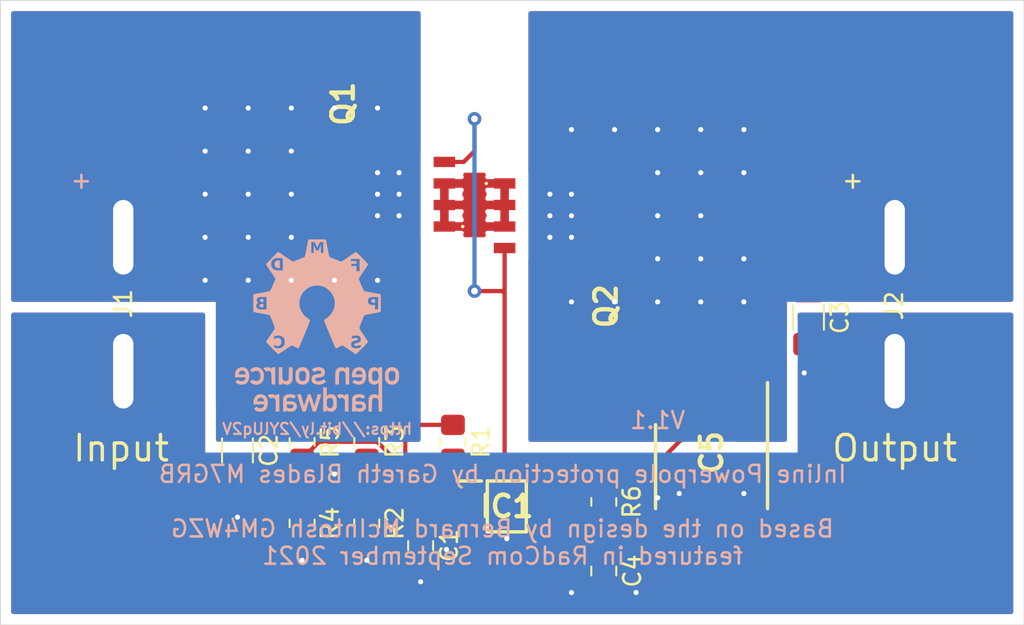
<source format=kicad_pcb>
(kicad_pcb (version 20171130) (host pcbnew "(5.1.9)-1")

  (general
    (thickness 1.6)
    (drawings 12)
    (tracks 112)
    (zones 0)
    (modules 17)
    (nets 12)
  )

  (page A4)
  (layers
    (0 F.Cu signal)
    (31 B.Cu signal)
    (32 B.Adhes user)
    (33 F.Adhes user)
    (34 B.Paste user)
    (35 F.Paste user)
    (36 B.SilkS user)
    (37 F.SilkS user)
    (38 B.Mask user)
    (39 F.Mask user)
    (40 Dwgs.User user)
    (41 Cmts.User user)
    (42 Eco1.User user)
    (43 Eco2.User user)
    (44 Edge.Cuts user)
    (45 Margin user)
    (46 B.CrtYd user)
    (47 F.CrtYd user)
    (48 B.Fab user)
    (49 F.Fab user hide)
  )

  (setup
    (last_trace_width 0.25)
    (trace_clearance 0.2)
    (zone_clearance 0.508)
    (zone_45_only no)
    (trace_min 0.2)
    (via_size 0.8)
    (via_drill 0.4)
    (via_min_size 0.4)
    (via_min_drill 0.3)
    (uvia_size 0.3)
    (uvia_drill 0.1)
    (uvias_allowed no)
    (uvia_min_size 0.2)
    (uvia_min_drill 0.1)
    (edge_width 0.05)
    (segment_width 0.2)
    (pcb_text_width 0.3)
    (pcb_text_size 1.5 1.5)
    (mod_edge_width 0.12)
    (mod_text_size 1 1)
    (mod_text_width 0.15)
    (pad_size 5.5 6)
    (pad_drill 4.4)
    (pad_to_mask_clearance 0)
    (aux_axis_origin 0 0)
    (visible_elements 7FFDFFFF)
    (pcbplotparams
      (layerselection 0x010fc_ffffffff)
      (usegerberextensions false)
      (usegerberattributes true)
      (usegerberadvancedattributes true)
      (creategerberjobfile true)
      (excludeedgelayer true)
      (linewidth 0.100000)
      (plotframeref false)
      (viasonmask false)
      (mode 1)
      (useauxorigin false)
      (hpglpennumber 1)
      (hpglpenspeed 20)
      (hpglpendiameter 15.000000)
      (psnegative false)
      (psa4output false)
      (plotreference true)
      (plotvalue true)
      (plotinvisibletext false)
      (padsonsilk false)
      (subtractmaskfromsilk false)
      (outputformat 1)
      (mirror false)
      (drillshape 0)
      (scaleselection 1)
      (outputdirectory "Plots/"))
  )

  (net 0 "")
  (net 1 GND)
  (net 2 "Net-(C1-Pad1)")
  (net 3 "Net-(C2-Pad1)")
  (net 4 "Net-(C3-Pad1)")
  (net 5 "Net-(C4-Pad1)")
  (net 6 "Net-(IC1-Pad10)")
  (net 7 "Net-(IC1-Pad7)")
  (net 8 "Net-(IC1-Pad6)")
  (net 9 "Net-(IC1-Pad3)")
  (net 10 "Net-(IC1-Pad2)")
  (net 11 "Net-(Q1-Pad1)")

  (net_class Default "This is the default net class."
    (clearance 0.2)
    (trace_width 0.25)
    (via_dia 0.8)
    (via_drill 0.4)
    (uvia_dia 0.3)
    (uvia_drill 0.1)
    (add_net GND)
    (add_net "Net-(C1-Pad1)")
    (add_net "Net-(C2-Pad1)")
    (add_net "Net-(C3-Pad1)")
    (add_net "Net-(C4-Pad1)")
    (add_net "Net-(IC1-Pad10)")
    (add_net "Net-(IC1-Pad2)")
    (add_net "Net-(IC1-Pad3)")
    (add_net "Net-(IC1-Pad6)")
    (add_net "Net-(IC1-Pad7)")
    (add_net "Net-(Q1-Pad1)")
  )

  (module SamacSys_Parts:SOP50P490X110-10N (layer F.Cu) (tedit 0) (tstamp 611ED89B)
    (at 139.7 71.12)
    (descr "-Lead Plastic MSOP")
    (tags "Integrated Circuit")
    (path /611E624F)
    (attr smd)
    (fp_text reference IC1 (at 0 0) (layer F.SilkS)
      (effects (font (size 1.27 1.27) (thickness 0.254)))
    )
    (fp_text value LTC4368IMS-2#PBF (at 0 0) (layer F.SilkS) hide
      (effects (font (size 1.27 1.27) (thickness 0.254)))
    )
    (fp_line (start -2.925 -1.5) (end -1.5 -1.5) (layer F.SilkS) (width 0.2))
    (fp_line (start -1.15 1.5) (end -1.15 -1.5) (layer F.SilkS) (width 0.2))
    (fp_line (start 1.15 1.5) (end -1.15 1.5) (layer F.SilkS) (width 0.2))
    (fp_line (start 1.15 -1.5) (end 1.15 1.5) (layer F.SilkS) (width 0.2))
    (fp_line (start -1.15 -1.5) (end 1.15 -1.5) (layer F.SilkS) (width 0.2))
    (fp_line (start -1.5 -1) (end -1 -1.5) (layer F.Fab) (width 0.1))
    (fp_line (start -1.5 1.5) (end -1.5 -1.5) (layer F.Fab) (width 0.1))
    (fp_line (start 1.5 1.5) (end -1.5 1.5) (layer F.Fab) (width 0.1))
    (fp_line (start 1.5 -1.5) (end 1.5 1.5) (layer F.Fab) (width 0.1))
    (fp_line (start -1.5 -1.5) (end 1.5 -1.5) (layer F.Fab) (width 0.1))
    (fp_line (start -3.175 1.801) (end -3.175 -1.801) (layer F.CrtYd) (width 0.05))
    (fp_line (start 3.175 1.801) (end -3.175 1.801) (layer F.CrtYd) (width 0.05))
    (fp_line (start 3.175 -1.801) (end 3.175 1.801) (layer F.CrtYd) (width 0.05))
    (fp_line (start -3.175 -1.801) (end 3.175 -1.801) (layer F.CrtYd) (width 0.05))
    (fp_text user %R (at 0 0) (layer F.Fab)
      (effects (font (size 1.27 1.27) (thickness 0.254)))
    )
    (pad 10 smd rect (at 2.212 -1 90) (size 0.3 1.425) (layers F.Cu F.Paste F.Mask)
      (net 6 "Net-(IC1-Pad10)"))
    (pad 9 smd rect (at 2.212 -0.5 90) (size 0.3 1.425) (layers F.Cu F.Paste F.Mask)
      (net 4 "Net-(C3-Pad1)"))
    (pad 8 smd rect (at 2.212 0 90) (size 0.3 1.425) (layers F.Cu F.Paste F.Mask)
      (net 4 "Net-(C3-Pad1)"))
    (pad 7 smd rect (at 2.212 0.5 90) (size 0.3 1.425) (layers F.Cu F.Paste F.Mask)
      (net 7 "Net-(IC1-Pad7)"))
    (pad 6 smd rect (at 2.212 1 90) (size 0.3 1.425) (layers F.Cu F.Paste F.Mask)
      (net 8 "Net-(IC1-Pad6)"))
    (pad 5 smd rect (at -2.212 1 90) (size 0.3 1.425) (layers F.Cu F.Paste F.Mask)
      (net 1 GND))
    (pad 4 smd rect (at -2.212 0.5 90) (size 0.3 1.425) (layers F.Cu F.Paste F.Mask)
      (net 2 "Net-(C1-Pad1)"))
    (pad 3 smd rect (at -2.212 0 90) (size 0.3 1.425) (layers F.Cu F.Paste F.Mask)
      (net 9 "Net-(IC1-Pad3)"))
    (pad 2 smd rect (at -2.212 -0.5 90) (size 0.3 1.425) (layers F.Cu F.Paste F.Mask)
      (net 10 "Net-(IC1-Pad2)"))
    (pad 1 smd rect (at -2.212 -1 90) (size 0.3 1.425) (layers F.Cu F.Paste F.Mask)
      (net 3 "Net-(C2-Pad1)"))
    (model C:\Users\misc\Dropbox\Electronics\Kicad\Libraries\SamacSys_Parts.3dshapes\LTC4368IMS-2#PBF.stp
      (at (xyz 0 0 0))
      (scale (xyz 1 1 1))
      (rotate (xyz 0 0 0))
    )
  )

  (module SamacSys_Parts:CAPAE660X770N (layer F.Cu) (tedit 0) (tstamp 611ED87E)
    (at 151.765 67.945 270)
    (descr "WCAP-ASLI 6.3X7.7")
    (tags "Capacitor Polarised")
    (path /6120D999)
    (attr smd)
    (fp_text reference C5 (at 0 0 90) (layer F.SilkS)
      (effects (font (size 1.27 1.27) (thickness 0.254)))
    )
    (fp_text value 100uF (at 0 0 90) (layer F.SilkS) hide
      (effects (font (size 1.27 1.27) (thickness 0.254)))
    )
    (fp_line (start -1.65 3.3) (end 3.3 3.3) (layer F.SilkS) (width 0.2))
    (fp_line (start -4.125 -3.3) (end 3.3 -3.3) (layer F.SilkS) (width 0.2))
    (fp_line (start 3.3 3.3) (end 3.3 -3.3) (layer F.Fab) (width 0.1))
    (fp_line (start -1.65 3.3) (end 3.3 3.3) (layer F.Fab) (width 0.1))
    (fp_line (start -3.3 1.65) (end -1.65 3.3) (layer F.Fab) (width 0.1))
    (fp_line (start -3.3 -1.65) (end -3.3 1.65) (layer F.Fab) (width 0.1))
    (fp_line (start -1.65 -3.3) (end -3.3 -1.65) (layer F.Fab) (width 0.1))
    (fp_line (start 3.3 -3.3) (end -1.65 -3.3) (layer F.Fab) (width 0.1))
    (fp_line (start -4.625 3.9) (end -4.625 -3.9) (layer F.CrtYd) (width 0.05))
    (fp_line (start 4.625 3.9) (end -4.625 3.9) (layer F.CrtYd) (width 0.05))
    (fp_line (start 4.625 -3.9) (end 4.625 3.9) (layer F.CrtYd) (width 0.05))
    (fp_line (start -4.625 -3.9) (end 4.625 -3.9) (layer F.CrtYd) (width 0.05))
    (fp_text user %R (at 0 0 90) (layer F.Fab)
      (effects (font (size 1.27 1.27) (thickness 0.254)))
    )
    (pad 2 smd rect (at 2.55 0) (size 1.8 3.15) (layers F.Cu F.Paste F.Mask)
      (net 1 GND))
    (pad 1 smd rect (at -2.55 0) (size 1.8 3.15) (layers F.Cu F.Paste F.Mask)
      (net 4 "Net-(C3-Pad1)"))
    (model C:\Users\misc\Dropbox\Electronics\Kicad\Libraries\SamacSys_Parts.3dshapes\865080545012.stp
      (at (xyz 0 0 0))
      (scale (xyz 1 1 1))
      (rotate (xyz 0 0 0))
    )
  )

  (module SamacSys_Parts:Anderson_powerpole_2w_90 (layer F.Cu) (tedit 613104FE) (tstamp 611ED8BB)
    (at 162.56 55.245 270)
    (descr "Dual banana socket, footprint - 2 x 6mm drills")
    (tags "banana socket")
    (path /611E83CB)
    (fp_text reference J2 (at 4.0386 0.0254 90) (layer F.SilkS)
      (effects (font (size 1 1) (thickness 0.15)))
    )
    (fp_text value Anderson_Powerpole_2w (at 4.064 5.08 90) (layer F.Fab)
      (effects (font (size 1 1) (thickness 0.15)))
    )
    (fp_line (start -4.191 -6.998) (end 12.192 -6.998) (layer Dwgs.User) (width 0.12))
    (fp_line (start 12.192 -6.998) (end 12.192 3.379) (layer Dwgs.User) (width 0.12))
    (fp_line (start 12.192 3.379) (end -4.191 3.379) (layer Dwgs.User) (width 0.12))
    (fp_line (start -4.191 3.379) (end -4.191 -6.998) (layer Dwgs.User) (width 0.12))
    (fp_text user + (at -3.302 2.54 90) (layer F.SilkS)
      (effects (font (size 1 1) (thickness 0.15)))
    )
    (fp_text user %R (at 14.732 -2.032 90) (layer F.Fab)
      (effects (font (size 1 1) (thickness 0.15)))
    )
    (pad 2 thru_hole oval (at 7.9 0 270) (size 5.5 6) (drill oval 4.4 1.2) (layers *.Cu *.Mask)
      (net 1 GND) (zone_connect 2))
    (pad 1 thru_hole oval (at 0 0 270) (size 5.5 6) (drill oval 4.4 1.2) (layers *.Cu *.Mask)
      (net 4 "Net-(C3-Pad1)") (zone_connect 2))
    (model ${KISYS3DMOD}/Connector.3dshapes/Banana_Jack_2Pin.wrl
      (offset (xyz 14.98599977493286 0 0))
      (scale (xyz 2 2 2))
      (rotate (xyz 0 0 0))
    )
  )

  (module SamacSys_Parts:Anderson_powerpole_2w_90 (layer F.Cu) (tedit 613104EA) (tstamp 611ED8AB)
    (at 117.094 55.245 270)
    (descr "Dual banana socket, footprint - 2 x 6mm drills")
    (tags "banana socket")
    (path /611E7E58)
    (fp_text reference J1 (at 3.9116 0 90) (layer F.SilkS)
      (effects (font (size 1 1) (thickness 0.15)))
    )
    (fp_text value Anderson_Powerpole_2w (at 4.064 5.08 90) (layer F.Fab)
      (effects (font (size 1 1) (thickness 0.15)))
    )
    (fp_line (start -4.191 -6.998) (end 12.192 -6.998) (layer Dwgs.User) (width 0.12))
    (fp_line (start 12.192 -6.998) (end 12.192 3.379) (layer Dwgs.User) (width 0.12))
    (fp_line (start 12.192 3.379) (end -4.191 3.379) (layer Dwgs.User) (width 0.12))
    (fp_line (start -4.191 3.379) (end -4.191 -6.998) (layer Dwgs.User) (width 0.12))
    (fp_text user + (at -3.302 2.54 90) (layer B.SilkS)
      (effects (font (size 1 1) (thickness 0.15)) (justify mirror))
    )
    (fp_text user %R (at 14.732 -2.032 90) (layer F.Fab)
      (effects (font (size 1 1) (thickness 0.15)))
    )
    (pad 2 thru_hole oval (at 7.9 0 270) (size 5.5 6) (drill oval 4.4 1.2) (layers *.Cu *.Mask)
      (net 1 GND) (zone_connect 2))
    (pad 1 thru_hole oval (at 0 0 270) (size 5.5 6) (drill oval 4.4 1.2) (layers *.Cu *.Mask)
      (net 3 "Net-(C2-Pad1)") (zone_connect 2))
    (model ${KISYS3DMOD}/Connector.3dshapes/Banana_Jack_2Pin.wrl
      (offset (xyz 14.98599977493286 0 0))
      (scale (xyz 2 2 2))
      (rotate (xyz 0 0 0))
    )
  )

  (module OpenSourceLogos:ohs-logo (layer B.Cu) (tedit 0) (tstamp 61315D03)
    (at 128.524 60.452 180)
    (fp_text reference G*** (at 0 0) (layer B.SilkS) hide
      (effects (font (size 1.524 1.524) (thickness 0.3)) (justify mirror))
    )
    (fp_text value LOGO (at 0.75 0) (layer B.SilkS) hide
      (effects (font (size 1.524 1.524) (thickness 0.3)) (justify mirror))
    )
    (fp_poly (pts (xy -2.437841 -4.053816) (xy -2.371748 -4.057451) (xy -2.323365 -4.062972) (xy -2.285005 -4.071884)
      (xy -2.24898 -4.085694) (xy -2.230386 -4.094442) (xy -2.160059 -4.139715) (xy -2.109597 -4.198461)
      (xy -2.082283 -4.2545) (xy -2.076788 -4.277955) (xy -2.072156 -4.317839) (xy -2.068296 -4.375931)
      (xy -2.065119 -4.454009) (xy -2.062531 -4.553851) (xy -2.060444 -4.677235) (xy -2.060364 -4.683125)
      (xy -2.05517 -5.0673) (xy -2.2733 -5.0673) (xy -2.2733 -4.988842) (xy -2.311795 -5.021232)
      (xy -2.351091 -5.047018) (xy -2.394512 -5.065864) (xy -2.39752 -5.066741) (xy -2.456898 -5.076465)
      (xy -2.528037 -5.078368) (xy -2.598611 -5.072696) (xy -2.650183 -5.061718) (xy -2.732187 -5.02509)
      (xy -2.798554 -4.97271) (xy -2.845973 -4.90761) (xy -2.862947 -4.866946) (xy -2.87392 -4.796711)
      (xy -2.871525 -4.769147) (xy -2.679027 -4.769147) (xy -2.665012 -4.81208) (xy -2.63377 -4.848602)
      (xy -2.587402 -4.873388) (xy -2.57103 -4.877704) (xy -2.531917 -4.882129) (xy -2.479868 -4.883312)
      (xy -2.423927 -4.881586) (xy -2.373136 -4.87728) (xy -2.336541 -4.870725) (xy -2.331047 -4.868921)
      (xy -2.304402 -4.846019) (xy -2.28488 -4.803469) (xy -2.274475 -4.746503) (xy -2.2733 -4.717696)
      (xy -2.2733 -4.646232) (xy -2.443767 -4.650391) (xy -2.513176 -4.65236) (xy -2.562022 -4.654857)
      (xy -2.595138 -4.658712) (xy -2.617359 -4.664757) (xy -2.633518 -4.673823) (xy -2.646967 -4.685338)
      (xy -2.673712 -4.725125) (xy -2.679027 -4.769147) (xy -2.871525 -4.769147) (xy -2.867293 -4.720444)
      (xy -2.845122 -4.646441) (xy -2.809461 -4.582996) (xy -2.786127 -4.556798) (xy -2.752049 -4.528492)
      (xy -2.715838 -4.507521) (xy -2.672804 -4.492677) (xy -2.618258 -4.482754) (xy -2.54751 -4.476542)
      (xy -2.460625 -4.472967) (xy -2.2733 -4.467631) (xy -2.2733 -4.39833) (xy -2.275765 -4.354224)
      (xy -2.282066 -4.317355) (xy -2.287023 -4.303389) (xy -2.315367 -4.274985) (xy -2.362935 -4.254214)
      (xy -2.424177 -4.243106) (xy -2.455455 -4.2418) (xy -2.526348 -4.244766) (xy -2.578284 -4.254656)
      (xy -2.61712 -4.272957) (xy -2.635418 -4.287517) (xy -2.667697 -4.317432) (xy -2.743549 -4.258528)
      (xy -2.779898 -4.22911) (xy -2.806743 -4.205114) (xy -2.819099 -4.191048) (xy -2.8194 -4.189951)
      (xy -2.810501 -4.177014) (xy -2.787563 -4.153867) (xy -2.765766 -4.13437) (xy -2.712237 -4.096606)
      (xy -2.651972 -4.071194) (xy -2.580036 -4.056922) (xy -2.491497 -4.052578) (xy -2.437841 -4.053816)) (layer B.SilkS) (width 0.01))
    (fp_poly (pts (xy -0.3556 -5.0673) (xy -0.5588 -5.0673) (xy -0.5588 -5.02285) (xy -0.562169 -4.989539)
      (xy -0.57334 -4.980161) (xy -0.593914 -4.994015) (xy -0.60301 -5.003533) (xy -0.636277 -5.028001)
      (xy -0.686028 -5.050609) (xy -0.743372 -5.068306) (xy -0.799421 -5.078041) (xy -0.822802 -5.078997)
      (xy -0.873233 -5.074043) (xy -0.923922 -5.062991) (xy -0.934907 -5.059462) (xy -1.002228 -5.024173)
      (xy -1.063892 -4.97109) (xy -1.111628 -4.90768) (xy -1.119659 -4.892641) (xy -1.129703 -4.870977)
      (xy -1.137187 -4.849781) (xy -1.142486 -4.825005) (xy -1.145976 -4.792599) (xy -1.14803 -4.748513)
      (xy -1.149025 -4.688699) (xy -1.149265 -4.626713) (xy -0.950629 -4.626713) (xy -0.941391 -4.712169)
      (xy -0.921692 -4.777449) (xy -0.890954 -4.824283) (xy -0.848596 -4.854402) (xy -0.836063 -4.859545)
      (xy -0.769478 -4.87448) (xy -0.706955 -4.867133) (xy -0.665591 -4.850838) (xy -0.629029 -4.829476)
      (xy -0.602302 -4.803305) (xy -0.583982 -4.768263) (xy -0.572637 -4.720292) (xy -0.566839 -4.65533)
      (xy -0.565156 -4.569316) (xy -0.565154 -4.56565) (xy -0.56568 -4.494569) (xy -0.567709 -4.443341)
      (xy -0.571916 -4.406429) (xy -0.578973 -4.3783) (xy -0.589554 -4.353418) (xy -0.591422 -4.34975)
      (xy -0.629261 -4.301155) (xy -0.680026 -4.269533) (xy -0.738121 -4.254949) (xy -0.797949 -4.257464)
      (xy -0.853911 -4.277143) (xy -0.900411 -4.314048) (xy -0.922246 -4.346013) (xy -0.935619 -4.38581)
      (xy -0.944928 -4.446954) (xy -0.949986 -4.519352) (xy -0.950629 -4.626713) (xy -1.149265 -4.626713)
      (xy -1.149334 -4.609107) (xy -1.14935 -4.572) (xy -1.148744 -4.468146) (xy -1.146305 -4.385917)
      (xy -1.141105 -4.32155) (xy -1.132214 -4.271286) (xy -1.118703 -4.231364) (xy -1.099644 -4.198024)
      (xy -1.074107 -4.167506) (xy -1.041779 -4.136601) (xy -0.9777 -4.089257) (xy -0.909899 -4.061947)
      (xy -0.830308 -4.05169) (xy -0.811327 -4.051424) (xy -0.75555 -4.057805) (xy -0.696535 -4.074526)
      (xy -0.643163 -4.09823) (xy -0.604318 -4.125561) (xy -0.59852 -4.131828) (xy -0.579913 -4.148878)
      (xy -0.570214 -4.1529) (xy -0.566723 -4.140837) (xy -0.563346 -4.107201) (xy -0.560303 -4.055817)
      (xy -0.55781 -3.990511) (xy -0.556088 -3.915108) (xy -0.555894 -3.902075) (xy -0.55245 -3.65125)
      (xy -0.454025 -3.64754) (xy -0.3556 -3.643831) (xy -0.3556 -5.0673)) (layer B.SilkS) (width 0.01))
    (fp_poly (pts (xy 1.660611 -4.054008) (xy 1.741197 -4.063418) (xy 1.78285 -4.072727) (xy 1.850513 -4.101196)
      (xy 1.911617 -4.144335) (xy 1.960183 -4.19678) (xy 1.990232 -4.253169) (xy 1.992561 -4.26085)
      (xy 1.996859 -4.290105) (xy 2.000455 -4.342643) (xy 2.003281 -4.416356) (xy 2.005268 -4.509136)
      (xy 2.006346 -4.618872) (xy 2.006529 -4.689475) (xy 2.0066 -5.0673) (xy 1.8034 -5.0673)
      (xy 1.8034 -4.988842) (xy 1.764905 -5.021232) (xy 1.725609 -5.047018) (xy 1.682188 -5.065864)
      (xy 1.67918 -5.066741) (xy 1.616645 -5.076965) (xy 1.542588 -5.078576) (xy 1.468875 -5.071985)
      (xy 1.407371 -5.057606) (xy 1.40636 -5.057246) (xy 1.325647 -5.016402) (xy 1.263247 -4.959951)
      (xy 1.220719 -4.890875) (xy 1.199622 -4.81215) (xy 1.200651 -4.765675) (xy 1.397403 -4.765675)
      (xy 1.407714 -4.815479) (xy 1.437144 -4.852107) (xy 1.476051 -4.869632) (xy 1.511474 -4.877525)
      (xy 1.53035 -4.881956) (xy 1.567406 -4.885704) (xy 1.616819 -4.884187) (xy 1.669357 -4.878444)
      (xy 1.715788 -4.869514) (xy 1.74688 -4.858437) (xy 1.748566 -4.8574) (xy 1.779607 -4.826366)
      (xy 1.797361 -4.780566) (xy 1.803378 -4.715863) (xy 1.8034 -4.710873) (xy 1.8034 -4.6482)
      (xy 1.643815 -4.6482) (xy 1.557498 -4.649967) (xy 1.493354 -4.656238) (xy 1.448342 -4.668462)
      (xy 1.419416 -4.68809) (xy 1.403536 -4.716573) (xy 1.397659 -4.755361) (xy 1.397403 -4.765675)
      (xy 1.200651 -4.765675) (xy 1.201514 -4.726758) (xy 1.211099 -4.684092) (xy 1.245724 -4.608784)
      (xy 1.301113 -4.547434) (xy 1.3716 -4.503577) (xy 1.398973 -4.492699) (xy 1.429868 -4.484872)
      (xy 1.469445 -4.479442) (xy 1.522863 -4.475756) (xy 1.59528 -4.473162) (xy 1.616075 -4.472629)
      (xy 1.8034 -4.46807) (xy 1.8034 -4.394442) (xy 1.799717 -4.340003) (xy 1.787882 -4.304719)
      (xy 1.781175 -4.295436) (xy 1.741977 -4.267493) (xy 1.686789 -4.24958) (xy 1.622604 -4.241671)
      (xy 1.556416 -4.243742) (xy 1.495218 -4.255768) (xy 1.446004 -4.277725) (xy 1.42425 -4.296705)
      (xy 1.413524 -4.305903) (xy 1.399894 -4.305623) (xy 1.378219 -4.293808) (xy 1.343356 -4.268396)
      (xy 1.332175 -4.25983) (xy 1.29601 -4.23069) (xy 1.269438 -4.206779) (xy 1.257513 -4.192692)
      (xy 1.2573 -4.191735) (xy 1.267725 -4.172164) (xy 1.294867 -4.146131) (xy 1.332524 -4.118129)
      (xy 1.374495 -4.092646) (xy 1.414579 -4.074173) (xy 1.423948 -4.071066) (xy 1.491971 -4.057786)
      (xy 1.574197 -4.052116) (xy 1.660611 -4.054008)) (layer B.SilkS) (width 0.01))
    (fp_poly (pts (xy 3.409979 -4.058454) (xy 3.504183 -4.084872) (xy 3.585323 -4.132754) (xy 3.652502 -4.201598)
      (xy 3.697044 -4.274356) (xy 3.7156 -4.314112) (xy 3.728016 -4.348416) (xy 3.735825 -4.384727)
      (xy 3.74056 -4.430501) (xy 3.743755 -4.493197) (xy 3.744157 -4.503503) (xy 3.749696 -4.6482)
      (xy 3.120855 -4.6482) (xy 3.127947 -4.701075) (xy 3.148735 -4.765584) (xy 3.189954 -4.82031)
      (xy 3.247248 -4.861002) (xy 3.314527 -4.88312) (xy 3.37089 -4.883582) (xy 3.435375 -4.870629)
      (xy 3.496821 -4.847379) (xy 3.540572 -4.819995) (xy 3.577634 -4.78881) (xy 3.646192 -4.847061)
      (xy 3.680623 -4.877148) (xy 3.706412 -4.901249) (xy 3.718256 -4.914395) (xy 3.718404 -4.914719)
      (xy 3.711975 -4.929992) (xy 3.68859 -4.953596) (xy 3.653475 -4.981489) (xy 3.611854 -5.009626)
      (xy 3.568953 -5.033965) (xy 3.556579 -5.039938) (xy 3.493408 -5.06074) (xy 3.417174 -5.07363)
      (xy 3.337555 -5.077945) (xy 3.264229 -5.073024) (xy 3.21945 -5.062963) (xy 3.137789 -5.029816)
      (xy 3.074214 -4.988297) (xy 3.021579 -4.932974) (xy 2.991396 -4.8895) (xy 2.953776 -4.810243)
      (xy 2.92845 -4.714021) (xy 2.916396 -4.606604) (xy 2.918592 -4.493767) (xy 2.920717 -4.472041)
      (xy 2.921032 -4.4704) (xy 3.120855 -4.4704) (xy 3.542665 -4.4704) (xy 3.534799 -4.429125)
      (xy 3.510316 -4.354087) (xy 3.470005 -4.297216) (xy 3.41578 -4.260091) (xy 3.349554 -4.24429)
      (xy 3.311514 -4.244976) (xy 3.242027 -4.263036) (xy 3.185961 -4.30071) (xy 3.146629 -4.354883)
      (xy 3.127947 -4.417524) (xy 3.120855 -4.4704) (xy 2.921032 -4.4704) (xy 2.943177 -4.355352)
      (xy 2.982287 -4.256486) (xy 3.03733 -4.176227) (xy 3.107588 -4.115358) (xy 3.192342 -4.074664)
      (xy 3.290876 -4.054928) (xy 3.303608 -4.054004) (xy 3.409979 -4.058454)) (layer B.SilkS) (width 0.01))
    (fp_poly (pts (xy -3.306579 -2.46119) (xy -3.227388 -2.482129) (xy -3.156404 -2.521542) (xy -3.097323 -2.578228)
      (xy -3.053842 -2.650983) (xy -3.040237 -2.689031) (xy -3.03135 -2.735449) (xy -3.024933 -2.800939)
      (xy -3.020988 -2.879313) (xy -3.019518 -2.964382) (xy -3.020524 -3.049958) (xy -3.024008 -3.129853)
      (xy -3.029972 -3.197877) (xy -3.038418 -3.247843) (xy -3.040067 -3.253981) (xy -3.075517 -3.333175)
      (xy -3.129534 -3.398435) (xy -3.198073 -3.447398) (xy -3.277085 -3.477698) (xy -3.362527 -3.48697)
      (xy -3.425575 -3.479336) (xy -3.470697 -3.464371) (xy -3.521935 -3.440208) (xy -3.552825 -3.421946)
      (xy -3.619501 -3.37794) (xy -3.6195 -3.766169) (xy -3.619301 -3.879377) (xy -3.618642 -3.969333)
      (xy -3.617433 -4.038186) (xy -3.615585 -4.088081) (xy -3.613008 -4.121164) (xy -3.609611 -4.139583)
      (xy -3.605305 -4.145484) (xy -3.603625 -4.145024) (xy -3.583109 -4.131554) (xy -3.553772 -4.110915)
      (xy -3.54965 -4.107928) (xy -3.47699 -4.069967) (xy -3.395431 -4.052145) (xy -3.310923 -4.053993)
      (xy -3.229417 -4.07504) (xy -3.156863 -4.11482) (xy -3.126061 -4.141328) (xy -3.100278 -4.167541)
      (xy -3.079519 -4.19124) (xy -3.063209 -4.215473) (xy -3.050774 -4.243283) (xy -3.041643 -4.277717)
      (xy -3.03524 -4.321821) (xy -3.030994 -4.37864) (xy -3.028329 -4.45122) (xy -3.026674 -4.542607)
      (xy -3.025454 -4.655846) (xy -3.025256 -4.676775) (xy -3.021561 -5.0673) (xy -3.2258 -5.0673)
      (xy -3.22582 -4.733925) (xy -3.226091 -4.623684) (xy -3.227248 -4.535772) (xy -3.229827 -4.467119)
      (xy -3.234366 -4.414658) (xy -3.241402 -4.375319) (xy -3.251473 -4.346033) (xy -3.265116 -4.323731)
      (xy -3.282868 -4.305345) (xy -3.303725 -4.288931) (xy -3.359329 -4.262747) (xy -3.422106 -4.256118)
      (xy -3.485063 -4.267715) (xy -3.541208 -4.296214) (xy -3.583549 -4.340287) (xy -3.584792 -4.342251)
      (xy -3.593311 -4.35697) (xy -3.599981 -4.372625) (xy -3.605074 -4.392452) (xy -3.60886 -4.419685)
      (xy -3.611612 -4.457561) (xy -3.613599 -4.509315) (xy -3.615093 -4.578181) (xy -3.616365 -4.667396)
      (xy -3.617083 -4.727575) (xy -3.621015 -5.0673) (xy -3.8227 -5.0673) (xy -3.8227 -2.997728)
      (xy -3.620312 -2.997728) (xy -3.613545 -3.078563) (xy -3.59772 -3.15095) (xy -3.572797 -3.208509)
      (xy -3.560619 -3.225542) (xy -3.5188 -3.25725) (xy -3.462999 -3.275372) (xy -3.401184 -3.2791)
      (xy -3.341323 -3.267626) (xy -3.306655 -3.251271) (xy -3.278996 -3.230234) (xy -3.258954 -3.20438)
      (xy -3.245388 -3.169531) (xy -3.237159 -3.121513) (xy -3.233129 -3.056148) (xy -3.23215 -2.97815)
      (xy -3.23273 -2.902452) (xy -3.234805 -2.847176) (xy -3.238884 -2.807363) (xy -3.245474 -2.778053)
      (xy -3.255045 -2.754364) (xy -3.288394 -2.707816) (xy -3.334494 -2.679679) (xy -3.39638 -2.668571)
      (xy -3.441673 -2.669456) (xy -3.487832 -2.674135) (xy -3.517497 -2.682335) (xy -3.539574 -2.697748)
      (xy -3.557564 -2.717525) (xy -3.586647 -2.768344) (xy -3.606825 -2.836238) (xy -3.618059 -2.914826)
      (xy -3.620312 -2.997728) (xy -3.8227 -2.997728) (xy -3.8227 -2.4638) (xy -3.6195 -2.4638)
      (xy -3.6195 -2.513741) (xy -3.619501 -2.563682) (xy -3.556423 -2.521234) (xy -3.474793 -2.479541)
      (xy -3.39028 -2.459927) (xy -3.306579 -2.46119)) (layer B.SilkS) (width 0.01))
    (fp_poly (pts (xy -1.262366 -4.071296) (xy -1.235075 -4.082589) (xy -1.199152 -4.100983) (xy -1.174946 -4.116573)
      (xy -1.1684 -4.124154) (xy -1.176016 -4.138075) (xy -1.196344 -4.166199) (xy -1.225606 -4.203409)
      (xy -1.238787 -4.219475) (xy -1.309173 -4.304274) (xy -1.349912 -4.279434) (xy -1.409712 -4.256648)
      (xy -1.47215 -4.256052) (xy -1.531322 -4.275918) (xy -1.581328 -4.314514) (xy -1.609725 -4.355615)
      (xy -1.618443 -4.373946) (xy -1.625182 -4.39238) (xy -1.630196 -4.414334) (xy -1.633739 -4.443226)
      (xy -1.636066 -4.48247) (xy -1.637431 -4.535484) (xy -1.638087 -4.605685) (xy -1.63829 -4.696489)
      (xy -1.6383 -4.73979) (xy -1.6383 -5.0673) (xy -1.8415 -5.0673) (xy -1.8415 -4.064)
      (xy -1.6383 -4.064) (xy -1.6383 -4.167579) (xy -1.587597 -4.124178) (xy -1.516156 -4.079068)
      (xy -1.434621 -4.054802) (xy -1.348266 -4.052005) (xy -1.262366 -4.071296)) (layer B.SilkS) (width 0.01))
    (fp_poly (pts (xy 0.655965 -4.406327) (xy 0.684749 -4.49414) (xy 0.711346 -4.573003) (xy 0.734708 -4.639983)
      (xy 0.753784 -4.692148) (xy 0.767526 -4.726565) (xy 0.774882 -4.740302) (xy 0.775512 -4.740293)
      (xy 0.780991 -4.725907) (xy 0.792039 -4.690339) (xy 0.807686 -4.636948) (xy 0.826961 -4.569095)
      (xy 0.848896 -4.490142) (xy 0.869872 -4.41325) (xy 0.893311 -4.326851) (xy 0.914784 -4.24817)
      (xy 0.933339 -4.18065) (xy 0.948027 -4.127738) (xy 0.957897 -4.092878) (xy 0.96184 -4.079875)
      (xy 0.976135 -4.071031) (xy 1.011975 -4.065824) (xy 1.071134 -4.064006) (xy 1.075867 -4.064)
      (xy 1.130727 -4.064984) (xy 1.163483 -4.068272) (xy 1.17737 -4.074367) (xy 1.177884 -4.079875)
      (xy 1.172313 -4.096529) (xy 1.160381 -4.133314) (xy 1.1434 -4.186146) (xy 1.122684 -4.250941)
      (xy 1.099545 -4.323616) (xy 1.099312 -4.32435) (xy 1.070951 -4.413486) (xy 1.037771 -4.517583)
      (xy 1.002717 -4.627416) (xy 0.96873 -4.733761) (xy 0.944289 -4.810125) (xy 0.861907 -5.0673)
      (xy 0.678771 -5.0673) (xy 0.578215 -4.729972) (xy 0.551714 -4.641839) (xy 0.52725 -4.561939)
      (xy 0.505826 -4.493434) (xy 0.488446 -4.439487) (xy 0.476114 -4.40326) (xy 0.469833 -4.387914)
      (xy 0.46957 -4.387646) (xy 0.464018 -4.397992) (xy 0.452371 -4.429695) (xy 0.435616 -4.479718)
      (xy 0.41474 -4.545027) (xy 0.390732 -4.622584) (xy 0.364578 -4.709355) (xy 0.360881 -4.721798)
      (xy 0.260281 -5.06095) (xy 0.168056 -5.064685) (xy 0.11494 -5.065272) (xy 0.083484 -5.061466)
      (xy 0.070255 -5.052822) (xy 0.069909 -5.051985) (xy 0.063177 -5.031911) (xy 0.050139 -4.991801)
      (xy 0.031788 -4.934787) (xy 0.009118 -4.863998) (xy -0.016878 -4.782566) (xy -0.045207 -4.69362)
      (xy -0.074875 -4.600291) (xy -0.104889 -4.50571) (xy -0.134256 -4.413007) (xy -0.161982 -4.325313)
      (xy -0.187074 -4.245758) (xy -0.208539 -4.177473) (xy -0.225383 -4.123588) (xy -0.236614 -4.087234)
      (xy -0.241237 -4.071542) (xy -0.2413 -4.071184) (xy -0.229576 -4.067929) (xy -0.198302 -4.065443)
      (xy -0.153325 -4.064118) (xy -0.133947 -4.064) (xy -0.026594 -4.064) (xy -0.015343 -4.105275)
      (xy -0.008939 -4.128882) (xy 0.003019 -4.17307) (xy 0.019464 -4.233898) (xy 0.039333 -4.307423)
      (xy 0.061559 -4.389704) (xy 0.077329 -4.448102) (xy 0.100017 -4.53121) (xy 0.120784 -4.605535)
      (xy 0.138666 -4.667765) (xy 0.152697 -4.714586) (xy 0.161912 -4.742684) (xy 0.1651 -4.749479)
      (xy 0.170459 -4.737834) (xy 0.182438 -4.705034) (xy 0.199999 -4.654145) (xy 0.222103 -4.588229)
      (xy 0.247713 -4.51035) (xy 0.27579 -4.423573) (xy 0.280198 -4.409827) (xy 0.388947 -4.07035)
      (xy 0.466917 -4.066584) (xy 0.544887 -4.062819) (xy 0.655965 -4.406327)) (layer B.SilkS) (width 0.01))
    (fp_poly (pts (xy 2.821057 -4.074333) (xy 2.894246 -4.112622) (xy 2.899716 -4.122488) (xy 2.893851 -4.139952)
      (xy 2.874672 -4.168622) (xy 2.840199 -4.212107) (xy 2.838616 -4.214033) (xy 2.765289 -4.303166)
      (xy 2.715561 -4.277247) (xy 2.651921 -4.25706) (xy 2.587884 -4.259553) (xy 2.528988 -4.282995)
      (xy 2.480771 -4.325652) (xy 2.460644 -4.357002) (xy 2.453813 -4.372996) (xy 2.44852 -4.393066)
      (xy 2.444575 -4.420431) (xy 2.441789 -4.458312) (xy 2.439972 -4.509931) (xy 2.438934 -4.578507)
      (xy 2.438485 -4.667262) (xy 2.438419 -4.733925) (xy 2.4384 -5.0673) (xy 2.2352 -5.0673)
      (xy 2.2352 -4.064) (xy 2.4384 -4.064) (xy 2.4384 -4.154192) (xy 2.482824 -4.120308)
      (xy 2.559975 -4.076725) (xy 2.645669 -4.054467) (xy 2.7345 -4.053637) (xy 2.821057 -4.074333)) (layer B.SilkS) (width 0.01))
    (fp_poly (pts (xy -4.343439 -2.460261) (xy -4.255635 -2.48342) (xy -4.174996 -2.525087) (xy -4.105168 -2.584531)
      (xy -4.049801 -2.661016) (xy -4.030646 -2.70063) (xy -4.01606 -2.752298) (xy -4.005947 -2.822364)
      (xy -4.000302 -2.904222) (xy -3.99912 -2.991269) (xy -4.002393 -3.076899) (xy -4.010118 -3.154509)
      (xy -4.022287 -3.217493) (xy -4.031116 -3.244094) (xy -4.07686 -3.324122) (xy -4.14 -3.39206)
      (xy -4.215221 -3.442951) (xy -4.2672 -3.464271) (xy -4.342831 -3.480205) (xy -4.425246 -3.485624)
      (xy -4.496811 -3.480032) (xy -4.588204 -3.45124) (xy -4.671522 -3.398765) (xy -4.703129 -3.370443)
      (xy -4.750426 -3.315083) (xy -4.785061 -3.252564) (xy -4.808332 -3.178672) (xy -4.82154 -3.089188)
      (xy -4.825984 -2.979898) (xy -4.826 -2.9718) (xy -4.61645 -2.9718) (xy -4.614864 -3.053778)
      (xy -4.609095 -3.115353) (xy -4.59763 -3.16138) (xy -4.578956 -3.196715) (xy -4.551558 -3.226213)
      (xy -4.532341 -3.241621) (xy -4.476174 -3.268853) (xy -4.410203 -3.278226) (xy -4.342737 -3.269691)
      (xy -4.282083 -3.243195) (xy -4.282011 -3.243149) (xy -4.250043 -3.213408) (xy -4.227182 -3.170144)
      (xy -4.212539 -3.110257) (xy -4.205223 -3.030646) (xy -4.203979 -2.971315) (xy -4.204476 -2.904704)
      (xy -4.206853 -2.857144) (xy -4.211996 -2.822307) (xy -4.220791 -2.793864) (xy -4.232275 -2.769055)
      (xy -4.271917 -2.716463) (xy -4.324188 -2.68213) (xy -4.384057 -2.666062) (xy -4.446491 -2.668266)
      (xy -4.506458 -2.688746) (xy -4.558927 -2.727509) (xy -4.590364 -2.768643) (xy -4.601566 -2.790911)
      (xy -4.609072 -2.816138) (xy -4.613586 -2.849802) (xy -4.615809 -2.897383) (xy -4.616447 -2.96436)
      (xy -4.61645 -2.9718) (xy -4.826 -2.9718) (xy -4.822428 -2.863271) (xy -4.810747 -2.774843)
      (xy -4.789509 -2.702104) (xy -4.757268 -2.640642) (xy -4.712577 -2.586049) (xy -4.693336 -2.567387)
      (xy -4.613356 -2.509175) (xy -4.525948 -2.472405) (xy -4.43476 -2.456345) (xy -4.343439 -2.460261)) (layer B.SilkS) (width 0.01))
    (fp_poly (pts (xy -2.402356 -2.462812) (xy -2.312281 -2.486645) (xy -2.229132 -2.530211) (xy -2.173523 -2.576277)
      (xy -2.11957 -2.642491) (xy -2.08107 -2.719355) (xy -2.056866 -2.810391) (xy -2.045802 -2.919124)
      (xy -2.044796 -2.968625) (xy -2.0447 -3.048) (xy -2.680851 -3.048) (xy -2.672374 -3.095625)
      (xy -2.649357 -3.16847) (xy -2.610242 -3.226085) (xy -2.559053 -3.263898) (xy -2.484914 -3.286234)
      (xy -2.404673 -3.28663) (xy -2.323673 -3.265823) (xy -2.247254 -3.22455) (xy -2.241022 -3.220033)
      (xy -2.226278 -3.21137) (xy -2.211414 -3.21148) (xy -2.190802 -3.222694) (xy -2.158816 -3.24734)
      (xy -2.142242 -3.260932) (xy -2.069391 -3.32105) (xy -2.127272 -3.374253) (xy -2.171934 -3.40887)
      (xy -2.223127 -3.439455) (xy -2.251509 -3.452283) (xy -2.322858 -3.472065) (xy -2.403384 -3.483548)
      (xy -2.481871 -3.48567) (xy -2.538327 -3.479381) (xy -2.625811 -3.451261) (xy -2.705201 -3.406722)
      (xy -2.752259 -3.367095) (xy -2.805006 -3.296576) (xy -2.84368 -3.20977) (xy -2.868341 -3.111495)
      (xy -2.879049 -3.00657) (xy -2.875865 -2.899812) (xy -2.873093 -2.8829) (xy -2.679065 -2.8829)
      (xy -2.2606 -2.8829) (xy -2.2606 -2.846797) (xy -2.270529 -2.797739) (xy -2.296272 -2.745846)
      (xy -2.331767 -2.701191) (xy -2.362319 -2.677862) (xy -2.420708 -2.658205) (xy -2.485542 -2.654644)
      (xy -2.546748 -2.666941) (xy -2.579397 -2.683042) (xy -2.624667 -2.727487) (xy -2.657616 -2.789983)
      (xy -2.671614 -2.841625) (xy -2.679065 -2.8829) (xy -2.873093 -2.8829) (xy -2.85885 -2.796039)
      (xy -2.828063 -2.700069) (xy -2.783566 -2.61672) (xy -2.742216 -2.566369) (xy -2.669287 -2.51049)
      (xy -2.585344 -2.474656) (xy -2.494871 -2.45879) (xy -2.402356 -2.462812)) (layer B.SilkS) (width 0.01))
    (fp_poly (pts (xy -0.022362 -2.459875) (xy 0.05005 -2.470863) (xy 0.117153 -2.48647) (xy 0.163463 -2.502608)
      (xy 0.211513 -2.526094) (xy 0.254591 -2.551172) (xy 0.287166 -2.574218) (xy 0.303705 -2.591609)
      (xy 0.304713 -2.595124) (xy 0.297053 -2.609428) (xy 0.276833 -2.636951) (xy 0.248327 -2.671895)
      (xy 0.246546 -2.673985) (xy 0.188293 -2.742171) (xy 0.117793 -2.702384) (xy 0.055163 -2.675654)
      (xy -0.015667 -2.659054) (xy -0.086748 -2.653361) (xy -0.15013 -2.659351) (xy -0.18878 -2.67246)
      (xy -0.228355 -2.703429) (xy -0.24892 -2.741871) (xy -0.249937 -2.781954) (xy -0.230873 -2.817848)
      (xy -0.203994 -2.838039) (xy -0.172692 -2.848632) (xy -0.126074 -2.858069) (xy -0.074211 -2.864313)
      (xy -0.074003 -2.864329) (xy 0.03151 -2.875029) (xy 0.115195 -2.88994) (xy 0.180474 -2.910528)
      (xy 0.23077 -2.938261) (xy 0.269505 -2.974605) (xy 0.300102 -3.021027) (xy 0.302538 -3.025682)
      (xy 0.325173 -3.090737) (xy 0.333981 -3.16471) (xy 0.328622 -3.237406) (xy 0.311432 -3.293261)
      (xy 0.268115 -3.356159) (xy 0.205065 -3.408476) (xy 0.126261 -3.448742) (xy 0.035678 -3.47549)
      (xy -0.062707 -3.48725) (xy -0.164916 -3.482552) (xy -0.1905 -3.478652) (xy -0.240419 -3.466251)
      (xy -0.298358 -3.446586) (xy -0.34096 -3.428766) (xy -0.387417 -3.404704) (xy -0.433884 -3.376759)
      (xy -0.47503 -3.348633) (xy -0.505521 -3.324026) (xy -0.520025 -3.306641) (xy -0.52054 -3.304107)
      (xy -0.511588 -3.292204) (xy -0.488132 -3.268673) (xy -0.455016 -3.23834) (xy -0.450808 -3.234634)
      (xy -0.381235 -3.173618) (xy -0.324107 -3.212923) (xy -0.246762 -3.257031) (xy -0.167876 -3.281489)
      (xy -0.07765 -3.289291) (xy -0.074196 -3.2893) (xy 0.008156 -3.283322) (xy 0.068434 -3.265224)
      (xy 0.107017 -3.234758) (xy 0.124285 -3.191676) (xy 0.124585 -3.159793) (xy 0.116943 -3.128723)
      (xy 0.09883 -3.105234) (xy 0.066872 -3.087757) (xy 0.017695 -3.074726) (xy -0.052077 -3.064572)
      (xy -0.088494 -3.060772) (xy -0.191997 -3.047031) (xy -0.273774 -3.026979) (xy -0.337062 -2.999008)
      (xy -0.385097 -2.961506) (xy -0.421116 -2.912864) (xy -0.433197 -2.88925) (xy -0.447929 -2.843732)
      (xy -0.456254 -2.791717) (xy -0.456922 -2.776423) (xy -0.446919 -2.685658) (xy -0.416075 -2.609383)
      (xy -0.36446 -2.54767) (xy -0.292143 -2.500588) (xy -0.199194 -2.46821) (xy -0.144305 -2.457449)
      (xy -0.09038 -2.454929) (xy -0.022362 -2.459875)) (layer B.SilkS) (width 0.01))
    (fp_poly (pts (xy 0.937972 -2.462019) (xy 1.025837 -2.487445) (xy 1.107557 -2.532865) (xy 1.173249 -2.591814)
      (xy 1.209597 -2.636186) (xy 1.236526 -2.680259) (xy 1.255329 -2.728892) (xy 1.267298 -2.786948)
      (xy 1.273726 -2.859288) (xy 1.275905 -2.950773) (xy 1.275935 -2.97815) (xy 1.275342 -3.055134)
      (xy 1.273542 -3.112244) (xy 1.269926 -3.154999) (xy 1.263883 -3.188917) (xy 1.254803 -3.219519)
      (xy 1.246956 -3.240314) (xy 1.209494 -3.307308) (xy 1.154687 -3.371354) (xy 1.090134 -3.424696)
      (xy 1.037808 -3.45392) (xy 0.967428 -3.474974) (xy 0.885673 -3.484918) (xy 0.804565 -3.48253)
      (xy 0.784679 -3.479671) (xy 0.691052 -3.451178) (xy 0.608412 -3.401403) (xy 0.540477 -3.333207)
      (xy 0.493781 -3.255822) (xy 0.475332 -3.197692) (xy 0.462479 -3.121567) (xy 0.455284 -3.03424)
      (xy 0.454272 -2.971315) (xy 0.660678 -2.971315) (xy 0.663585 -3.063996) (xy 0.673014 -3.135087)
      (xy 0.690632 -3.187927) (xy 0.718102 -3.225857) (xy 0.75709 -3.252218) (xy 0.809258 -3.27035)
      (xy 0.809741 -3.270473) (xy 0.883972 -3.278302) (xy 0.951099 -3.26323) (xy 0.989617 -3.24119)
      (xy 1.022223 -3.212934) (xy 1.045337 -3.181364) (xy 1.060458 -3.141638) (xy 1.069089 -3.088916)
      (xy 1.07273 -3.018357) (xy 1.07315 -2.9718) (xy 1.072624 -2.902732) (xy 1.070578 -2.853571)
      (xy 1.066309 -2.818839) (xy 1.059112 -2.793057) (xy 1.048284 -2.770744) (xy 1.047063 -2.768643)
      (xy 1.001301 -2.71264) (xy 0.942961 -2.678672) (xy 0.872502 -2.667004) (xy 0.871048 -2.667)
      (xy 0.797654 -2.676445) (xy 0.740164 -2.705288) (xy 0.697228 -2.754283) (xy 0.688975 -2.769055)
      (xy 0.676227 -2.79711) (xy 0.667912 -2.825981) (xy 0.663143 -2.861996) (xy 0.661035 -2.911485)
      (xy 0.660678 -2.971315) (xy 0.454272 -2.971315) (xy 0.453808 -2.942507) (xy 0.458114 -2.853161)
      (xy 0.468264 -2.772997) (xy 0.484319 -2.70881) (xy 0.488688 -2.697417) (xy 0.535816 -2.61485)
      (xy 0.598973 -2.548856) (xy 0.674462 -2.500006) (xy 0.758589 -2.46887) (xy 0.847658 -2.456018)
      (xy 0.937972 -2.462019)) (layer B.SilkS) (width 0.01))
    (fp_poly (pts (xy 1.666298 -2.811642) (xy 1.667507 -2.915312) (xy 1.668802 -2.996674) (xy 1.670426 -3.058818)
      (xy 1.672618 -3.104834) (xy 1.67562 -3.137813) (xy 1.679673 -3.160847) (xy 1.685018 -3.177026)
      (xy 1.691895 -3.18944) (xy 1.696234 -3.195537) (xy 1.739209 -3.242651) (xy 1.785187 -3.268881)
      (xy 1.841821 -3.278309) (xy 1.851743 -3.278527) (xy 1.922195 -3.269809) (xy 1.977286 -3.241517)
      (xy 2.019376 -3.192273) (xy 2.028825 -3.175193) (xy 2.037542 -3.156956) (xy 2.04428 -3.138603)
      (xy 2.049294 -3.116721) (xy 2.052837 -3.087896) (xy 2.055164 -3.048715) (xy 2.056529 -2.995762)
      (xy 2.057186 -2.925626) (xy 2.057389 -2.834893) (xy 2.0574 -2.791309) (xy 2.0574 -2.4638)
      (xy 2.2606 -2.4638) (xy 2.2606 -3.4798) (xy 2.0574 -3.4798) (xy 2.0574 -3.379917)
      (xy 1.994322 -3.422365) (xy 1.911129 -3.465571) (xy 1.82494 -3.486645) (xy 1.740358 -3.484609)
      (xy 1.72085 -3.480583) (xy 1.632924 -3.44672) (xy 1.559475 -3.392289) (xy 1.50208 -3.318604)
      (xy 1.483471 -3.28295) (xy 1.475093 -3.263884) (xy 1.468493 -3.245192) (xy 1.463457 -3.223695)
      (xy 1.459773 -3.196216) (xy 1.45723 -3.159576) (xy 1.455615 -3.110598) (xy 1.454716 -3.046104)
      (xy 1.454321 -2.962916) (xy 1.454218 -2.857856) (xy 1.454215 -2.8448) (xy 1.45415 -2.47015)
      (xy 1.558348 -2.46647) (xy 1.662546 -2.462791) (xy 1.666298 -2.811642)) (layer B.SilkS) (width 0.01))
    (fp_poly (pts (xy 3.627261 -2.455773) (xy 3.675323 -2.464154) (xy 3.695778 -2.469172) (xy 3.778448 -2.498513)
      (xy 3.855814 -2.5409) (xy 3.918384 -2.591025) (xy 3.923946 -2.596773) (xy 3.943284 -2.619134)
      (xy 3.946066 -2.633796) (xy 3.933308 -2.6514) (xy 3.929563 -2.655566) (xy 3.904232 -2.680413)
      (xy 3.870175 -2.710099) (xy 3.858512 -2.719563) (xy 3.811775 -2.756628) (xy 3.753251 -2.715376)
      (xy 3.714656 -2.691238) (xy 3.678188 -2.677691) (xy 3.632357 -2.671076) (xy 3.609489 -2.669586)
      (xy 3.528287 -2.673426) (xy 3.463642 -2.695395) (xy 3.41313 -2.736745) (xy 3.379336 -2.788385)
      (xy 3.363726 -2.823036) (xy 3.354159 -2.856753) (xy 3.349234 -2.897597) (xy 3.347552 -2.953628)
      (xy 3.347472 -2.9718) (xy 3.348488 -3.034284) (xy 3.352586 -3.079392) (xy 3.361054 -3.115084)
      (xy 3.375183 -3.14932) (xy 3.376743 -3.152533) (xy 3.418082 -3.210307) (xy 3.474342 -3.251108)
      (xy 3.540837 -3.274112) (xy 3.612883 -3.278497) (xy 3.685794 -3.263437) (xy 3.754886 -3.228109)
      (xy 3.764924 -3.220788) (xy 3.810541 -3.185994) (xy 3.857895 -3.223548) (xy 3.892364 -3.252521)
      (xy 3.922058 -3.280177) (xy 3.929443 -3.2879) (xy 3.945643 -3.308324) (xy 3.94453 -3.323145)
      (xy 3.929443 -3.341578) (xy 3.879057 -3.385997) (xy 3.813313 -3.427694) (xy 3.742049 -3.460738)
      (xy 3.718053 -3.469027) (xy 3.660562 -3.484174) (xy 3.609305 -3.489929) (xy 3.553048 -3.486854)
      (xy 3.504331 -3.479688) (xy 3.427311 -3.457148) (xy 3.349533 -3.418156) (xy 3.282267 -3.368633)
      (xy 3.269258 -3.356163) (xy 3.214553 -3.283623) (xy 3.173853 -3.193732) (xy 3.148303 -3.091045)
      (xy 3.139047 -2.980113) (xy 3.146748 -2.868746) (xy 3.173223 -2.753634) (xy 3.216469 -2.657543)
      (xy 3.276754 -2.58019) (xy 3.354343 -2.521289) (xy 3.449504 -2.480556) (xy 3.526946 -2.462662)
      (xy 3.582407 -2.455453) (xy 3.627261 -2.455773)) (layer B.SilkS) (width 0.01))
    (fp_poly (pts (xy 4.542629 -2.473304) (xy 4.633681 -2.513766) (xy 4.710065 -2.571449) (xy 4.758278 -2.622811)
      (xy 4.792856 -2.676401) (xy 4.815952 -2.737916) (xy 4.829722 -2.813054) (xy 4.836234 -2.905125)
      (xy 4.841441 -3.048) (xy 4.2164 -3.048) (xy 4.2164 -3.083409) (xy 4.224917 -3.126772)
      (xy 4.24683 -3.176906) (xy 4.27668 -3.223563) (xy 4.308304 -3.255983) (xy 4.347926 -3.273874)
      (xy 4.402563 -3.284847) (xy 4.462557 -3.28801) (xy 4.518248 -3.282469) (xy 4.538279 -3.27725)
      (xy 4.57921 -3.259794) (xy 4.622201 -3.235875) (xy 4.629415 -3.231149) (xy 4.67538 -3.199957)
      (xy 4.74434 -3.258871) (xy 4.778276 -3.289197) (xy 4.802894 -3.31374) (xy 4.813237 -3.327528)
      (xy 4.8133 -3.328018) (xy 4.804315 -3.341548) (xy 4.781604 -3.363924) (xy 4.768437 -3.37523)
      (xy 4.676346 -3.435146) (xy 4.573825 -3.473433) (xy 4.46545 -3.48895) (xy 4.3558 -3.48056)
      (xy 4.34975 -3.479367) (xy 4.251499 -3.447605) (xy 4.168736 -3.395903) (xy 4.102203 -3.325005)
      (xy 4.052646 -3.235653) (xy 4.027042 -3.156887) (xy 4.01833 -3.10287) (xy 4.013326 -3.033081)
      (xy 4.012101 -2.956888) (xy 4.014727 -2.883658) (xy 4.018689 -2.846797) (xy 4.2164 -2.846797)
      (xy 4.2164 -2.8829) (xy 4.638326 -2.8829) (xy 4.629603 -2.835275) (xy 4.605642 -2.762256)
      (xy 4.564836 -2.706589) (xy 4.509253 -2.67012) (xy 4.440963 -2.654698) (xy 4.427048 -2.6543)
      (xy 4.36914 -2.660493) (xy 4.319944 -2.676904) (xy 4.318118 -2.677862) (xy 4.279226 -2.709885)
      (xy 4.245357 -2.756997) (xy 4.222574 -2.80913) (xy 4.2164 -2.846797) (xy 4.018689 -2.846797)
      (xy 4.021273 -2.822758) (xy 4.024389 -2.806592) (xy 4.059152 -2.698837) (xy 4.110209 -2.610031)
      (xy 4.177106 -2.54066) (xy 4.259387 -2.491211) (xy 4.34592 -2.464199) (xy 4.445717 -2.456489)
      (xy 4.542629 -2.473304)) (layer B.SilkS) (width 0.01))
    (fp_poly (pts (xy -1.352082 -2.463971) (xy -1.279639 -2.484753) (xy -1.26365 -2.492282) (xy -1.192785 -2.537717)
      (xy -1.140066 -2.594275) (xy -1.102406 -2.66065) (xy -1.094025 -2.679812) (xy -1.08737 -2.69893)
      (xy -1.082203 -2.721166) (xy -1.078284 -2.749684) (xy -1.075374 -2.787646) (xy -1.073233 -2.838216)
      (xy -1.071623 -2.904556) (xy -1.070304 -2.989829) (xy -1.069036 -3.097199) (xy -1.068978 -3.102504)
      (xy -1.064805 -3.480859) (xy -1.170578 -3.477154) (xy -1.27635 -3.47345) (xy -1.2827 -3.13055)
      (xy -1.284772 -3.026721) (xy -1.286856 -2.94515) (xy -1.289202 -2.882693) (xy -1.292058 -2.83621)
      (xy -1.295673 -2.802557) (xy -1.300297 -2.778594) (xy -1.306177 -2.761179) (xy -1.312997 -2.748096)
      (xy -1.353241 -2.701572) (xy -1.406812 -2.675007) (xy -1.472616 -2.667) (xy -1.541012 -2.674701)
      (xy -1.593394 -2.699429) (xy -1.634538 -2.743616) (xy -1.640249 -2.752417) (xy -1.649186 -2.767601)
      (xy -1.656178 -2.783142) (xy -1.66151 -2.802291) (xy -1.665467 -2.828299) (xy -1.668332 -2.864416)
      (xy -1.670391 -2.913892) (xy -1.671927 -2.979978) (xy -1.673224 -3.065925) (xy -1.674147 -3.140075)
      (xy -1.678244 -3.4798) (xy -1.8796 -3.4798) (xy -1.8796 -2.4638) (xy -1.6764 -2.4638)
      (xy -1.6764 -2.5146) (xy -1.673762 -2.550809) (xy -1.664103 -2.563135) (xy -1.644807 -2.552579)
      (xy -1.625901 -2.533969) (xy -1.573329 -2.495053) (xy -1.505672 -2.469897) (xy -1.429675 -2.459277)
      (xy -1.352082 -2.463971)) (layer B.SilkS) (width 0.01))
    (fp_poly (pts (xy 2.988935 -2.461134) (xy 3.064888 -2.477606) (xy 3.120704 -2.503664) (xy 3.162476 -2.52948)
      (xy 3.137693 -2.563315) (xy 3.115048 -2.592306) (xy 3.083985 -2.629787) (xy 3.064129 -2.65286)
      (xy 3.015349 -2.70857) (xy 2.975155 -2.687785) (xy 2.924496 -2.671617) (xy 2.866213 -2.667727)
      (xy 2.811138 -2.675957) (xy 2.777425 -2.690656) (xy 2.755261 -2.705751) (xy 2.737693 -2.72054)
      (xy 2.724125 -2.738059) (xy 2.713962 -2.761342) (xy 2.706608 -2.793425) (xy 2.70147 -2.837342)
      (xy 2.69795 -2.89613) (xy 2.695454 -2.972824) (xy 2.693388 -3.070457) (xy 2.6924 -3.1242)
      (xy 2.68605 -3.47345) (xy 2.581275 -3.477138) (xy 2.4765 -3.480827) (xy 2.4765 -2.462772)
      (xy 2.68605 -2.47015) (xy 2.6924 -2.519873) (xy 2.697433 -2.550372) (xy 2.703748 -2.559322)
      (xy 2.714459 -2.550509) (xy 2.716052 -2.548602) (xy 2.767258 -2.505106) (xy 2.833932 -2.475571)
      (xy 2.909887 -2.460685) (xy 2.988935 -2.461134)) (layer B.SilkS) (width 0.01))
    (fp_poly (pts (xy 0.132345 5.079957) (xy 0.235336 5.079749) (xy 0.317718 5.079263) (xy 0.381885 5.078383)
      (xy 0.430232 5.076995) (xy 0.465156 5.074984) (xy 0.48905 5.072235) (xy 0.50431 5.068634)
      (xy 0.513332 5.064066) (xy 0.51851 5.058415) (xy 0.520284 5.055378) (xy 0.525503 5.037693)
      (xy 0.534698 4.997907) (xy 0.547282 4.938905) (xy 0.562666 4.863572) (xy 0.580263 4.774794)
      (xy 0.599486 4.675457) (xy 0.619746 4.568446) (xy 0.623091 4.550553) (xy 0.643503 4.442958)
      (xy 0.663114 4.342923) (xy 0.681322 4.253273) (xy 0.697526 4.17683) (xy 0.711125 4.116418)
      (xy 0.721518 4.074862) (xy 0.728103 4.054984) (xy 0.728819 4.053946) (xy 0.745662 4.043891)
      (xy 0.782431 4.026223) (xy 0.835355 4.002486) (xy 0.900669 3.974224) (xy 0.974604 3.942981)
      (xy 1.053393 3.9103) (xy 1.133267 3.877727) (xy 1.21046 3.846804) (xy 1.281204 3.819076)
      (xy 1.341731 3.796087) (xy 1.388273 3.779381) (xy 1.417063 3.770502) (xy 1.422962 3.769478)
      (xy 1.440997 3.774969) (xy 1.474904 3.792621) (xy 1.525516 3.822962) (xy 1.593664 3.866515)
      (xy 1.68018 3.923808) (xy 1.785897 3.995364) (xy 1.847302 4.0374) (xy 1.953687 4.110453)
      (xy 2.041124 4.170397) (xy 2.111616 4.218481) (xy 2.167167 4.255955) (xy 2.209781 4.284067)
      (xy 2.241461 4.304066) (xy 2.264211 4.317201) (xy 2.280036 4.324721) (xy 2.290939 4.327875)
      (xy 2.298924 4.327913) (xy 2.305995 4.326082) (xy 2.308941 4.325131) (xy 2.325172 4.31389)
      (xy 2.356101 4.286921) (xy 2.399339 4.246655) (xy 2.452501 4.19552) (xy 2.513198 4.135948)
      (xy 2.579043 4.070368) (xy 2.64765 4.001211) (xy 2.71663 3.930906) (xy 2.783597 3.861884)
      (xy 2.846162 3.796575) (xy 2.90194 3.737409) (xy 2.948541 3.686816) (xy 2.98358 3.647226)
      (xy 3.004669 3.621069) (xy 3.0099 3.611602) (xy 3.002912 3.5956) (xy 2.983003 3.561203)
      (xy 2.951755 3.51087) (xy 2.91075 3.447059) (xy 2.861571 3.372227) (xy 2.805799 3.288832)
      (xy 2.745017 3.199333) (xy 2.73685 3.187406) (xy 2.654873 3.066922) (xy 2.58729 2.965654)
      (xy 2.534246 2.883837) (xy 2.495891 2.821702) (xy 2.47237 2.779481) (xy 2.463832 2.757408)
      (xy 2.4638 2.756666) (xy 2.46881 2.734177) (xy 2.48279 2.692854) (xy 2.504162 2.636337)
      (xy 2.531348 2.568271) (xy 2.562771 2.492297) (xy 2.596854 2.412057) (xy 2.632018 2.331194)
      (xy 2.666687 2.253351) (xy 2.699282 2.18217) (xy 2.728226 2.121294) (xy 2.751942 2.074364)
      (xy 2.768852 2.045023) (xy 2.775436 2.037117) (xy 2.793601 2.030889) (xy 2.833764 2.020828)
      (xy 2.892918 2.007568) (xy 2.968056 1.991743) (xy 3.056173 1.973987) (xy 3.154261 1.954935)
      (xy 3.251686 1.936631) (xy 3.35646 1.917076) (xy 3.454182 1.898489) (xy 3.541825 1.881472)
      (xy 3.616362 1.866628) (xy 3.674764 1.854559) (xy 3.714006 1.845866) (xy 3.730625 1.841352)
      (xy 3.7592 1.829345) (xy 3.7592 1.322432) (xy 3.759136 1.195246) (xy 3.758879 1.091114)
      (xy 3.758327 1.007688) (xy 3.757378 0.942622) (xy 3.755933 0.893569) (xy 3.75389 0.858182)
      (xy 3.751148 0.834115) (xy 3.747606 0.819021) (xy 3.743163 0.810554) (xy 3.737718 0.806366)
      (xy 3.736975 0.806032) (xy 3.71973 0.801573) (xy 3.680459 0.793068) (xy 3.622109 0.781104)
      (xy 3.547628 0.766269) (xy 3.459962 0.74915) (xy 3.362059 0.730333) (xy 3.258294 0.710674)
      (xy 3.131155 0.686498) (xy 3.027187 0.666118) (xy 2.944515 0.649105) (xy 2.881264 0.635034)
      (xy 2.835559 0.623477) (xy 2.805524 0.614007) (xy 2.789284 0.606197) (xy 2.785996 0.603137)
      (xy 2.777406 0.586194) (xy 2.760781 0.54876) (xy 2.737431 0.493958) (xy 2.708666 0.424916)
      (xy 2.675798 0.344758) (xy 2.640137 0.25661) (xy 2.628267 0.22702) (xy 2.58156 0.108908)
      (xy 2.544947 0.013072) (xy 2.518115 -0.061382) (xy 2.500751 -0.115349) (xy 2.492541 -0.149723)
      (xy 2.49199 -0.16214) (xy 2.500337 -0.180438) (xy 2.521554 -0.216918) (xy 2.55395 -0.268951)
      (xy 2.595833 -0.333909) (xy 2.645511 -0.409162) (xy 2.701292 -0.492083) (xy 2.75375 -0.568822)
      (xy 2.813134 -0.655659) (xy 2.867648 -0.736534) (xy 2.915655 -0.808927) (xy 2.955515 -0.870316)
      (xy 2.985589 -0.918181) (xy 3.004238 -0.95) (xy 3.009899 -0.962825) (xy 3.00117 -0.976396)
      (xy 2.976273 -1.005724) (xy 2.93715 -1.048753) (xy 2.885741 -1.103426) (xy 2.823984 -1.167687)
      (xy 2.753821 -1.239479) (xy 2.677192 -1.316747) (xy 2.656503 -1.337424) (xy 2.564561 -1.428879)
      (xy 2.488756 -1.503594) (xy 2.427496 -1.563017) (xy 2.379189 -1.608596) (xy 2.342242 -1.641779)
      (xy 2.315063 -1.664015) (xy 2.296059 -1.676751) (xy 2.283638 -1.681435) (xy 2.278678 -1.680981)
      (xy 2.262761 -1.671873) (xy 2.228519 -1.650044) (xy 2.178528 -1.617209) (xy 2.115363 -1.575083)
      (xy 2.041596 -1.525381) (xy 1.959804 -1.469819) (xy 1.887232 -1.420184) (xy 1.800807 -1.361364)
      (xy 1.720226 -1.30742) (xy 1.648055 -1.260001) (xy 1.586861 -1.220758) (xy 1.539212 -1.19134)
      (xy 1.507675 -1.173397) (xy 1.495492 -1.1684) (xy 1.475943 -1.174186) (xy 1.438798 -1.190108)
      (xy 1.388691 -1.214007) (xy 1.330253 -1.243724) (xy 1.303709 -1.257757) (xy 1.243301 -1.289027)
      (xy 1.18935 -1.315017) (xy 1.146433 -1.333667) (xy 1.119125 -1.342918) (xy 1.113253 -1.343482)
      (xy 1.106366 -1.337646) (xy 1.095549 -1.320851) (xy 1.080224 -1.291787) (xy 1.059814 -1.249145)
      (xy 1.033742 -1.191615) (xy 1.00143 -1.117886) (xy 0.962302 -1.026649) (xy 0.936327 -0.9652)
      (xy 1.91135 -0.9652) (xy 1.912148 -1.029306) (xy 1.915224 -1.074788) (xy 1.921594 -1.108391)
      (xy 1.932277 -1.13686) (xy 1.939394 -1.150978) (xy 1.981578 -1.210031) (xy 2.039496 -1.264953)
      (xy 2.104146 -1.308035) (xy 2.142632 -1.325065) (xy 2.194428 -1.336466) (xy 2.261016 -1.34213)
      (xy 2.333835 -1.342249) (xy 2.404323 -1.33701) (xy 2.463919 -1.326605) (xy 2.492375 -1.317327)
      (xy 2.54 -1.296696) (xy 2.54 -1.129872) (xy 2.473325 -1.163969) (xy 2.40955 -1.188049)
      (xy 2.342333 -1.199173) (xy 2.27906 -1.197091) (xy 2.227115 -1.181552) (xy 2.212843 -1.172788)
      (xy 2.160741 -1.120055) (xy 2.125993 -1.054918) (xy 2.116134 -1.016695) (xy 2.113861 -0.932965)
      (xy 2.133842 -0.857076) (xy 2.174783 -0.792494) (xy 2.212843 -0.757611) (xy 2.259012 -0.737253)
      (xy 2.319123 -0.73044) (xy 2.38579 -0.736921) (xy 2.451626 -0.756448) (xy 2.473325 -0.76643)
      (xy 2.54 -0.800527) (xy 2.54 -0.633703) (xy 2.492375 -0.613214) (xy 2.438037 -0.597624)
      (xy 2.368202 -0.588494) (xy 2.292004 -0.586082) (xy 2.218576 -0.59065) (xy 2.157054 -0.602456)
      (xy 2.153384 -0.603575) (xy 2.079677 -0.637776) (xy 2.011168 -0.689549) (xy 1.956216 -0.752024)
      (xy 1.939394 -0.779421) (xy 1.926226 -0.807837) (xy 1.91787 -0.838082) (xy 1.913308 -0.876901)
      (xy 1.91152 -0.93104) (xy 1.91135 -0.9652) (xy 0.936327 -0.9652) (xy 0.91578 -0.916593)
      (xy 0.861288 -0.786409) (xy 0.798248 -0.634786) (xy 0.754478 -0.529102) (xy 0.698228 -0.392776)
      (xy 0.644937 -0.262945) (xy 0.595394 -0.141573) (xy 0.550387 -0.030627) (xy 0.510705 0.067932)
      (xy 0.477137 0.152137) (xy 0.450471 0.220024) (xy 0.431497 0.269629) (xy 0.421002 0.298988)
      (xy 0.4191 0.306203) (xy 0.430187 0.329414) (xy 0.460453 0.356892) (xy 0.473075 0.365535)
      (xy 0.509207 0.389779) (xy 0.556752 0.422972) (xy 0.606776 0.458853) (xy 0.618371 0.467326)
      (xy 0.741767 0.572963) (xy 0.845477 0.693063) (xy 0.928827 0.825242) (xy 0.98472 0.9525)
      (xy 2.9845 0.9525) (xy 3.204256 0.9525) (xy 3.284603 0.952681) (xy 3.3442 0.953576)
      (xy 3.387696 0.955711) (xy 3.419741 0.959615) (xy 3.444985 0.965816) (xy 3.468076 0.974841)
      (xy 3.488817 0.984794) (xy 3.543228 1.021016) (xy 3.57686 1.067191) (xy 3.592321 1.127757)
      (xy 3.594052 1.16397) (xy 3.585521 1.224696) (xy 3.56234 1.276972) (xy 3.527984 1.313951)
      (xy 3.513852 1.322062) (xy 3.484345 1.335506) (xy 3.526522 1.377683) (xy 3.551977 1.406427)
      (xy 3.564501 1.43353) (xy 3.568472 1.470439) (xy 3.568652 1.487805) (xy 3.55859 1.560524)
      (xy 3.528618 1.61767) (xy 3.478887 1.658956) (xy 3.477186 1.659896) (xy 3.457619 1.668494)
      (xy 3.432184 1.67493) (xy 3.396818 1.679617) (xy 3.347453 1.682966) (xy 3.280025 1.685387)
      (xy 3.209925 1.686941) (xy 2.9845 1.691157) (xy 2.9845 0.9525) (xy 0.98472 0.9525)
      (xy 0.991141 0.967117) (xy 1.031745 1.116307) (xy 1.049963 1.270427) (xy 1.045121 1.427097)
      (xy 1.016544 1.583932) (xy 0.972416 1.71726) (xy 0.932667 1.804356) (xy 0.885961 1.882823)
      (xy 0.827619 1.959413) (xy 0.752962 2.040874) (xy 0.7366 2.057406) (xy 0.624054 2.157468)
      (xy 0.506831 2.235598) (xy 0.379157 2.295243) (xy 0.28575 2.326332) (xy 0.194953 2.345236)
      (xy 0.08896 2.355685) (xy -0.023476 2.35768) (xy -0.1336 2.35122) (xy -0.232658 2.336305)
      (xy -0.27305 2.326332) (xy -0.422669 2.270553) (xy -0.560837 2.193808) (xy -0.685495 2.098299)
      (xy -0.794583 1.986226) (xy -0.886038 1.859792) (xy -0.957802 1.721198) (xy -1.007813 1.572646)
      (xy -1.017308 1.531167) (xy -1.03768 1.371586) (xy -1.03364 1.213287) (xy -1.00615 1.058754)
      (xy -0.956171 0.910468) (xy -0.884662 0.770913) (xy -0.792585 0.642571) (xy -0.6809 0.527925)
      (xy -0.605672 0.467326) (xy -0.556401 0.431739) (xy -0.507424 0.397311) (xy -0.467676 0.3703)
      (xy -0.460375 0.365535) (xy -0.425059 0.337737) (xy -0.407524 0.312668) (xy -0.4064 0.306203)
      (xy -0.411152 0.290598) (xy -0.424879 0.253511) (xy -0.446795 0.196904) (xy -0.476109 0.122743)
      (xy -0.512034 0.032992) (xy -0.553781 -0.070384) (xy -0.60056 -0.185422) (xy -0.651584 -0.310156)
      (xy -0.706062 -0.442622) (xy -0.741779 -0.529102) (xy -0.810426 -0.694718) (xy -0.870166 -0.838081)
      (xy -0.921577 -0.9605) (xy -0.965235 -1.063287) (xy -1.001718 -1.14775) (xy -1.031603 -1.215201)
      (xy -1.055467 -1.266948) (xy -1.073886 -1.304302) (xy -1.087439 -1.328573) (xy -1.096702 -1.34107)
      (xy -1.100554 -1.343482) (xy -1.119585 -1.338996) (xy -1.156229 -1.324209) (xy -1.205911 -1.30118)
      (xy -1.264055 -1.271969) (xy -1.29101 -1.257757) (xy -1.351607 -1.226202) (xy -1.405865 -1.199536)
      (xy -1.449152 -1.179919) (xy -1.476838 -1.169508) (xy -1.482793 -1.1684) (xy -1.498748 -1.175383)
      (xy -1.532979 -1.195232) (xy -1.582919 -1.226299) (xy -1.646002 -1.266932) (xy -1.71966 -1.315482)
      (xy -1.801327 -1.370299) (xy -1.874533 -1.420184) (xy -1.961054 -1.479325) (xy -2.041699 -1.534037)
      (xy -2.113892 -1.582606) (xy -2.175061 -1.623316) (xy -2.222629 -1.654453) (xy -2.254022 -1.6743)
      (xy -2.265979 -1.680981) (xy -2.275212 -1.680437) (xy -2.290071 -1.672711) (xy -2.312148 -1.656355)
      (xy -2.343037 -1.629921) (xy -2.38433 -1.591961) (xy -2.437618 -1.541027) (xy -2.504496 -1.475671)
      (xy -2.586554 -1.394445) (xy -2.643804 -1.337424) (xy -2.721794 -1.259073) (xy -2.79382 -1.185663)
      (xy -2.857943 -1.119252) (xy -2.912222 -1.061895) (xy -2.954717 -1.015649) (xy -2.983489 -0.982571)
      (xy -2.996597 -0.964716) (xy -2.9972 -0.962825) (xy -2.990206 -0.94756) (xy -2.970315 -0.913987)
      (xy -2.939167 -0.864625) (xy -2.905706 -0.81322) (xy -2.5781 -0.81322) (xy -2.571123 -0.87548)
      (xy -2.548696 -0.925941) (xy -2.508576 -0.966623) (xy -2.448519 -0.999545) (xy -2.366282 -1.026725)
      (xy -2.331237 -1.035396) (xy -2.271189 -1.050438) (xy -2.231511 -1.063918) (xy -2.207475 -1.078163)
      (xy -2.19435 -1.095499) (xy -2.190907 -1.104406) (xy -2.191108 -1.140995) (xy -2.213765 -1.17236)
      (xy -2.25349 -1.193549) (xy -2.304587 -1.200538) (xy -2.369639 -1.19474) (xy -2.44135 -1.177274)
      (xy -2.497798 -1.156014) (xy -2.532038 -1.14125) (xy -2.555268 -1.13195) (xy -2.560665 -1.1303)
      (xy -2.564403 -1.141612) (xy -2.565875 -1.170257) (xy -2.565389 -1.208301) (xy -2.563254 -1.247808)
      (xy -2.559775 -1.280841) (xy -2.555262 -1.299466) (xy -2.554052 -1.300915) (xy -2.508043 -1.319764)
      (xy -2.444168 -1.33324) (xy -2.369427 -1.341152) (xy -2.29082 -1.343305) (xy -2.215347 -1.33951)
      (xy -2.150008 -1.329572) (xy -2.10185 -1.313327) (xy -2.047139 -1.27132) (xy -2.011363 -1.212828)
      (xy -1.995099 -1.138915) (xy -1.994109 -1.113794) (xy -1.999065 -1.049181) (xy -2.016244 -0.998213)
      (xy -2.048495 -0.958052) (xy -2.098668 -0.925857) (xy -2.169613 -0.898792) (xy -2.22549 -0.883288)
      (xy -2.279054 -0.869453) (xy -2.324835 -0.857009) (xy -2.356121 -0.847809) (xy -2.364394 -0.844939)
      (xy -2.390031 -0.825) (xy -2.395522 -0.798569) (xy -2.383266 -0.770848) (xy -2.355665 -0.747041)
      (xy -2.315118 -0.732349) (xy -2.312209 -0.731852) (xy -2.272305 -0.730642) (xy -2.2176 -0.735448)
      (xy -2.157582 -0.744847) (xy -2.101737 -0.75742) (xy -2.066925 -0.768613) (xy -2.054962 -0.770691)
      (xy -2.048247 -0.761726) (xy -2.045317 -0.736838) (xy -2.0447 -0.694656) (xy -2.0447 -0.611894)
      (xy -2.135613 -0.59656) (xy -2.195565 -0.589609) (xy -2.265693 -0.586072) (xy -2.330917 -0.586705)
      (xy -2.331497 -0.586735) (xy -2.389834 -0.591266) (xy -2.431158 -0.598933) (xy -2.463833 -0.611815)
      (xy -2.486249 -0.625189) (xy -2.537231 -0.672532) (xy -2.567668 -0.733982) (xy -2.578091 -0.810628)
      (xy -2.5781 -0.81322) (xy -2.905706 -0.81322) (xy -2.8984 -0.801997) (xy -2.849654 -0.728623)
      (xy -2.794567 -0.647023) (xy -2.741051 -0.568822) (xy -2.681319 -0.481351) (xy -2.626211 -0.399248)
      (xy -2.577417 -0.325142) (xy -2.536632 -0.261661) (xy -2.505545 -0.211435) (xy -2.48585 -0.177092)
      (xy -2.479291 -0.16214) (xy -2.48161 -0.140252) (xy -2.492876 -0.099363) (xy -2.513402 -0.038579)
      (xy -2.543501 0.042995) (xy -2.583487 0.146252) (xy -2.615568 0.22702) (xy -2.65185 0.317076)
      (xy -2.685761 0.40015) (xy -2.715991 0.473115) (xy -2.741229 0.532847) (xy -2.760165 0.576219)
      (xy -2.771486 0.600106) (xy -2.773297 0.603137) (xy -2.783987 0.610343) (xy -2.807636 0.61902)
      (xy -2.846119 0.629593) (xy -2.90131 0.64249) (xy -2.975086 0.658137) (xy -3.069321 0.676962)
      (xy -3.185891 0.699392) (xy -3.245595 0.710674) (xy -3.35071 0.73059) (xy -3.448497 0.749389)
      (xy -3.536007 0.766482) (xy -3.610295 0.781283) (xy -3.668411 0.793205) (xy -3.70741 0.80166)
      (xy -3.724275 0.806032) (xy -3.729851 0.809856) (xy -3.734411 0.817671) (xy -3.738059 0.831824)
      (xy -3.740894 0.854662) (xy -3.743017 0.888531) (xy -3.744531 0.935779) (xy -3.744797 0.9525)
      (xy -3.5941 0.9525) (xy -3.4036 0.9525) (xy -3.4036 1.2065) (xy -3.298825 1.206571)
      (xy -3.215842 1.209664) (xy -3.15204 1.21975) (xy -3.101824 1.238236) (xy -3.059598 1.266527)
      (xy -3.059368 1.266721) (xy -3.015079 1.318228) (xy -2.990608 1.382785) (xy -2.9845 1.447801)
      (xy -2.99353 1.525251) (xy -3.021405 1.587304) (xy -3.059368 1.62888) (xy -3.088258 1.64998)
      (xy -3.12051 1.665644) (xy -3.160297 1.676625) (xy -3.211794 1.683672) (xy -3.279177 1.687534)
      (xy -3.36662 1.688964) (xy -3.394075 1.68903) (xy -3.5941 1.6891) (xy -3.5941 0.9525)
      (xy -3.744797 0.9525) (xy -3.745534 0.998751) (xy -3.74613 1.079795) (xy -3.746418 1.181256)
      (xy -3.7465 1.305483) (xy -3.7465 1.829345) (xy -3.717925 1.841352) (xy -3.699127 1.84638)
      (xy -3.658364 1.855343) (xy -3.598664 1.867639) (xy -3.523054 1.882664) (xy -3.434562 1.899818)
      (xy -3.336214 1.918497) (xy -3.238987 1.936631) (xy -3.134328 1.956318) (xy -3.036849 1.975299)
      (xy -2.949555 1.992938) (xy -2.875453 2.008602) (xy -2.817549 2.021656) (xy -2.77885 2.031466)
      (xy -2.762737 2.037117) (xy -2.751084 2.053103) (xy -2.731602 2.08904) (xy -2.705869 2.141287)
      (xy -2.675462 2.2062) (xy -2.641958 2.280138) (xy -2.606936 2.359457) (xy -2.571972 2.440516)
      (xy -2.538644 2.519672) (xy -2.508531 2.593282) (xy -2.483208 2.657704) (xy -2.464254 2.709296)
      (xy -2.453247 2.744415) (xy -2.4511 2.756666) (xy -2.458646 2.777403) (xy -2.481183 2.818303)
      (xy -2.518565 2.879132) (xy -2.570645 2.959659) (xy -2.637274 3.059651) (xy -2.718306 3.178876)
      (xy -2.72415 3.187406) (xy -2.785466 3.277517) (xy -2.841977 3.361842) (xy -2.892101 3.437923)
      (xy -2.934255 3.503302) (xy -2.966857 3.555522) (xy -2.988326 3.592124) (xy -2.997079 3.610651)
      (xy -2.9972 3.611602) (xy -2.988509 3.625731) (xy -2.964024 3.655169) (xy -2.926135 3.697485)
      (xy -2.877228 3.75025) (xy -2.81969 3.811033) (xy -2.75591 3.877404) (xy -2.697936 3.937)
      (xy -2.5019 3.937) (xy -2.5019 3.2004) (xy -2.3114 3.2004) (xy -2.3114 3.248687)
      (xy 2.0193 3.248687) (xy 2.238375 3.253656) (xy 2.320094 3.255803) (xy 2.381039 3.258372)
      (xy 2.425833 3.261926) (xy 2.4591 3.267029) (xy 2.485464 3.274246) (xy 2.509551 3.284139)
      (xy 2.51679 3.287599) (xy 2.591346 3.335093) (xy 2.652589 3.396197) (xy 2.687079 3.449753)
      (xy 2.702343 3.49799) (xy 2.71098 3.562034) (xy 2.712997 3.633172) (xy 2.708399 3.702693)
      (xy 2.697192 3.761885) (xy 2.686853 3.789724) (xy 2.640189 3.858737) (xy 2.576461 3.917879)
      (xy 2.515735 3.954145) (xy 2.490721 3.9642) (xy 2.463152 3.971635) (xy 2.428428 3.976973)
      (xy 2.381952 3.980733) (xy 2.319126 3.983436) (xy 2.238375 3.985536) (xy 2.0193 3.990314)
      (xy 2.0193 3.248687) (xy -2.3114 3.248687) (xy -2.3114 3.5052) (xy -2.0066 3.5052)
      (xy -2.0066 3.6449) (xy -2.3114 3.6449) (xy -2.3114 3.7973) (xy -1.9812 3.7973)
      (xy -1.9812 3.937) (xy -2.5019 3.937) (xy -2.697936 3.937) (xy -2.688273 3.946933)
      (xy -2.619168 4.01719) (xy -2.550981 4.085744) (xy -2.486101 4.150166) (xy -2.426914 4.208026)
      (xy -2.375808 4.256893) (xy -2.335169 4.294338) (xy -2.307386 4.31793) (xy -2.296242 4.325131)
      (xy -2.288801 4.327328) (xy -2.281084 4.328027) (xy -2.271085 4.32598) (xy -2.256801 4.319937)
      (xy -2.236228 4.308651) (xy -2.20736 4.290872) (xy -2.168195 4.265351) (xy -2.116728 4.230841)
      (xy -2.050954 4.186092) (xy -1.968869 4.129855) (xy -1.868469 4.060882) (xy -1.833213 4.036651)
      (xy -1.717516 3.95765) (xy -1.621447 3.893203) (xy -1.544188 3.842794) (xy -1.484921 3.805905)
      (xy -1.442829 3.78202) (xy -1.417095 3.770623) (xy -1.410273 3.769438) (xy -1.390027 3.774555)
      (xy -1.350431 3.788152) (xy -1.29526 3.808686) (xy -1.228287 3.834609) (xy -1.153287 3.864376)
      (xy -1.074032 3.896443) (xy -0.994296 3.929263) (xy -0.917853 3.96129) (xy -0.848478 3.990981)
      (xy -0.789943 4.016788) (xy -0.746022 4.037167) (xy -0.720489 4.050572) (xy -0.716232 4.053673)
      (xy -0.710281 4.069538) (xy -0.700435 4.107575) (xy -0.687298 4.164956) (xy -0.671471 4.238855)
      (xy -0.653558 4.326446) (xy -0.634162 4.4249) (xy -0.613884 4.531391) (xy -0.610346 4.55034)
      (xy -0.590025 4.658316) (xy -0.570637 4.759095) (xy -0.552769 4.849787) (xy -0.537009 4.927505)
      (xy -0.536989 4.9276) (xy -0.3683 4.9276) (xy -0.3683 4.2799) (xy -0.216487 4.2799)
      (xy -0.213019 4.5047) (xy -0.20955 4.729499) (xy -0.139162 4.571375) (xy -0.068774 4.41325)
      (xy 0.056073 4.41325) (xy 0.126461 4.571375) (xy 0.19685 4.729499) (xy 0.200318 4.5047)
      (xy 0.203786 4.2799) (xy 0.3556 4.2799) (xy 0.3556 4.9276) (xy 0.24952 4.927601)
      (xy 0.143441 4.927601) (xy 0.076362 4.778376) (xy 0.050357 4.720731) (xy 0.027624 4.670727)
      (xy 0.010442 4.633349) (xy 0.001091 4.613584) (xy 0.000612 4.612651) (xy -0.007542 4.617055)
      (xy -0.023753 4.642463) (xy -0.046606 4.686311) (xy -0.074683 4.746033) (xy -0.08179 4.761876)
      (xy -0.15552 4.9276) (xy -0.3683 4.9276) (xy -0.536989 4.9276) (xy -0.523943 4.989361)
      (xy -0.51416 5.032466) (xy -0.508246 5.053932) (xy -0.507698 5.055165) (xy -0.503509 5.061412)
      (xy -0.496685 5.066513) (xy -0.484829 5.070585) (xy -0.465545 5.073744) (xy -0.436437 5.076105)
      (xy -0.395108 5.077783) (xy -0.339163 5.078896) (xy -0.266204 5.079557) (xy -0.173837 5.079884)
      (xy -0.059664 5.079992) (xy 0.006349 5.08) (xy 0.132345 5.079957)) (layer B.SilkS) (width 0.01))
    (fp_poly (pts (xy -3.278867 1.542773) (xy -3.230743 1.522789) (xy -3.203629 1.489299) (xy -3.201982 1.484979)
      (xy -3.194495 1.434622) (xy -3.209475 1.39438) (xy -3.245582 1.365525) (xy -3.30147 1.349333)
      (xy -3.348346 1.3462) (xy -3.4036 1.3462) (xy -3.4036 1.5494) (xy -3.348346 1.5494)
      (xy -3.278867 1.542773)) (layer B.SilkS) (width 0.01))
    (fp_poly (pts (xy 3.265004 1.266974) (xy 3.325752 1.259501) (xy 3.365201 1.245683) (xy 3.387188 1.222817)
      (xy 3.395553 1.188199) (xy 3.39598 1.17475) (xy 3.391038 1.135969) (xy 3.373656 1.109771)
      (xy 3.339995 1.093454) (xy 3.286216 1.084315) (xy 3.265004 1.082527) (xy 3.175 1.076088)
      (xy 3.175 1.273413) (xy 3.265004 1.266974)) (layer B.SilkS) (width 0.01))
    (fp_poly (pts (xy 3.253088 1.559505) (xy 3.301414 1.553908) (xy 3.332064 1.544013) (xy 3.352704 1.5272)
      (xy 3.354688 1.524822) (xy 3.371826 1.498507) (xy 3.3782 1.47955) (xy 3.370742 1.458507)
      (xy 3.354688 1.434279) (xy 3.33468 1.416549) (xy 3.305504 1.406022) (xy 3.259493 1.400081)
      (xy 3.253088 1.399596) (xy 3.175 1.393948) (xy 3.175 1.565153) (xy 3.253088 1.559505)) (layer B.SilkS) (width 0.01))
    (fp_poly (pts (xy 2.287084 3.843641) (xy 2.370608 3.827775) (xy 2.4329 3.799014) (xy 2.475386 3.755944)
      (xy 2.49949 3.697152) (xy 2.506662 3.625863) (xy 2.498695 3.546472) (xy 2.4739 3.485126)
      (xy 2.43093 3.440406) (xy 2.368443 3.410891) (xy 2.288534 3.395511) (xy 2.2098 3.387282)
      (xy 2.2098 3.851719) (xy 2.287084 3.843641)) (layer B.SilkS) (width 0.01))
  )

  (module SamacSys_Parts:PowerDI5060-8 (layer F.Cu) (tedit 611EA34A) (tstamp 611ED8F3)
    (at 142.24 53.975 270)
    (descr "PowerDI5060-8 (Type K)_2021-1")
    (tags "MOSFET (N-Channel)")
    (path /611FE1C6)
    (attr smd)
    (fp_text reference Q2 (at 5.334 -3.302 90) (layer F.SilkS)
      (effects (font (size 1.27 1.27) (thickness 0.254)))
    )
    (fp_text value DMT6002LPS-13 (at 0 0 90) (layer F.SilkS) hide
      (effects (font (size 1.27 1.27) (thickness 0.254)))
    )
    (fp_line (start -2.45 -2.925) (end 2.45 -2.925) (layer F.Fab) (width 0.1))
    (fp_line (start 2.45 -2.925) (end 2.45 2.925) (layer F.Fab) (width 0.1))
    (fp_line (start 2.45 2.925) (end -2.45 2.925) (layer F.Fab) (width 0.1))
    (fp_line (start -2.45 2.925) (end -2.45 -2.925) (layer F.Fab) (width 0.1))
    (fp_line (start -3.45 -4.305) (end 3.45 -4.305) (layer F.CrtYd) (width 0.1))
    (fp_line (start 3.45 -4.305) (end 3.45 4.305) (layer F.CrtYd) (width 0.1))
    (fp_line (start 3.45 4.305) (end -3.45 4.305) (layer F.CrtYd) (width 0.1))
    (fp_line (start -3.45 4.305) (end -3.45 -4.305) (layer F.CrtYd) (width 0.1))
    (fp_line (start -1.905 3.8) (end -1.905 3.8) (layer F.SilkS) (width 0.1))
    (fp_line (start -1.905 3.7) (end -1.905 3.7) (layer F.SilkS) (width 0.1))
    (fp_arc (start -1.905 3.75) (end -1.905 3.7) (angle -180) (layer F.SilkS) (width 0.1))
    (fp_arc (start -1.905 3.75) (end -1.905 3.8) (angle -180) (layer F.SilkS) (width 0.1))
    (fp_text user %R (at 0 0 90) (layer F.Fab)
      (effects (font (size 1.27 1.27) (thickness 0.254)))
    )
    (pad 3 smd rect (at 0 -0.69) (size 3.81 3.91) (layers F.Cu F.Paste F.Mask)
      (net 4 "Net-(C3-Pad1)"))
    (pad 3 smd rect (at -1.905 -2.95 270) (size 0.61 0.71) (layers F.Cu F.Paste F.Mask)
      (net 4 "Net-(C3-Pad1)"))
    (pad 3 smd rect (at -0.635 -2.95 270) (size 0.61 0.71) (layers F.Cu F.Paste F.Mask)
      (net 4 "Net-(C3-Pad1)"))
    (pad 3 smd rect (at 0.635 -2.95 270) (size 0.61 0.71) (layers F.Cu F.Paste F.Mask)
      (net 4 "Net-(C3-Pad1)"))
    (pad 3 smd rect (at 1.905 -2.95 270) (size 0.61 0.71) (layers F.Cu F.Paste F.Mask)
      (net 4 "Net-(C3-Pad1)"))
    (pad 2 smd rect (at 1.905 2.67 270) (size 0.61 1.27) (layers F.Cu F.Paste F.Mask)
      (net 6 "Net-(IC1-Pad10)"))
    (pad 1 smd rect (at 0.635 2.67 270) (size 0.61 1.27) (layers F.Cu F.Paste F.Mask)
      (net 11 "Net-(Q1-Pad1)"))
    (pad 1 smd rect (at -0.635 2.67 270) (size 0.61 1.27) (layers F.Cu F.Paste F.Mask)
      (net 11 "Net-(Q1-Pad1)"))
    (pad 1 smd rect (at -1.905 2.67 270) (size 0.61 1.27) (layers F.Cu F.Paste F.Mask)
      (net 11 "Net-(Q1-Pad1)"))
    (model C:\Users\misc\Dropbox\Electronics\Kicad\Libraries\SamacSys_Parts.3dshapes\DMT6002LPS-13.stp
      (at (xyz 0 0 0))
      (scale (xyz 1 1 1))
      (rotate (xyz 0 0 0))
    )
  )

  (module SamacSys_Parts:PowerDI5060-8 (layer F.Cu) (tedit 611EA34A) (tstamp 611ED8D7)
    (at 133.35 52.705 90)
    (descr "PowerDI5060-8 (Type K)_2021-1")
    (tags "MOSFET (N-Channel)")
    (path /611FA833)
    (attr smd)
    (fp_text reference Q1 (at 5.334 -3.302 90) (layer F.SilkS)
      (effects (font (size 1.27 1.27) (thickness 0.254)))
    )
    (fp_text value DMT6002LPS-13 (at 0 0 90) (layer F.SilkS) hide
      (effects (font (size 1.27 1.27) (thickness 0.254)))
    )
    (fp_line (start -2.45 -2.925) (end 2.45 -2.925) (layer F.Fab) (width 0.1))
    (fp_line (start 2.45 -2.925) (end 2.45 2.925) (layer F.Fab) (width 0.1))
    (fp_line (start 2.45 2.925) (end -2.45 2.925) (layer F.Fab) (width 0.1))
    (fp_line (start -2.45 2.925) (end -2.45 -2.925) (layer F.Fab) (width 0.1))
    (fp_line (start -3.45 -4.305) (end 3.45 -4.305) (layer F.CrtYd) (width 0.1))
    (fp_line (start 3.45 -4.305) (end 3.45 4.305) (layer F.CrtYd) (width 0.1))
    (fp_line (start 3.45 4.305) (end -3.45 4.305) (layer F.CrtYd) (width 0.1))
    (fp_line (start -3.45 4.305) (end -3.45 -4.305) (layer F.CrtYd) (width 0.1))
    (fp_line (start -1.905 3.8) (end -1.905 3.8) (layer F.SilkS) (width 0.1))
    (fp_line (start -1.905 3.7) (end -1.905 3.7) (layer F.SilkS) (width 0.1))
    (fp_arc (start -1.905 3.75) (end -1.905 3.7) (angle -180) (layer F.SilkS) (width 0.1))
    (fp_arc (start -1.905 3.75) (end -1.905 3.8) (angle -180) (layer F.SilkS) (width 0.1))
    (fp_text user %R (at 0 0 90) (layer F.Fab)
      (effects (font (size 1.27 1.27) (thickness 0.254)))
    )
    (pad 3 smd rect (at 0 -0.69 180) (size 3.81 3.91) (layers F.Cu F.Paste F.Mask)
      (net 3 "Net-(C2-Pad1)"))
    (pad 3 smd rect (at -1.905 -2.95 90) (size 0.61 0.71) (layers F.Cu F.Paste F.Mask)
      (net 3 "Net-(C2-Pad1)"))
    (pad 3 smd rect (at -0.635 -2.95 90) (size 0.61 0.71) (layers F.Cu F.Paste F.Mask)
      (net 3 "Net-(C2-Pad1)"))
    (pad 3 smd rect (at 0.635 -2.95 90) (size 0.61 0.71) (layers F.Cu F.Paste F.Mask)
      (net 3 "Net-(C2-Pad1)"))
    (pad 3 smd rect (at 1.905 -2.95 90) (size 0.61 0.71) (layers F.Cu F.Paste F.Mask)
      (net 3 "Net-(C2-Pad1)"))
    (pad 2 smd rect (at 1.905 2.67 90) (size 0.61 1.27) (layers F.Cu F.Paste F.Mask)
      (net 6 "Net-(IC1-Pad10)"))
    (pad 1 smd rect (at 0.635 2.67 90) (size 0.61 1.27) (layers F.Cu F.Paste F.Mask)
      (net 11 "Net-(Q1-Pad1)"))
    (pad 1 smd rect (at -0.635 2.67 90) (size 0.61 1.27) (layers F.Cu F.Paste F.Mask)
      (net 11 "Net-(Q1-Pad1)"))
    (pad 1 smd rect (at -1.905 2.67 90) (size 0.61 1.27) (layers F.Cu F.Paste F.Mask)
      (net 11 "Net-(Q1-Pad1)"))
    (model C:\Users\misc\Dropbox\Electronics\Kicad\Libraries\SamacSys_Parts.3dshapes\DMT6002LPS-13.stp
      (at (xyz 0 0 0))
      (scale (xyz 1 1 1))
      (rotate (xyz 0 0 0))
    )
  )

  (module Resistor_SMD:R_0805_2012Metric_Pad1.20x1.40mm_HandSolder (layer F.Cu) (tedit 5F68FEEE) (tstamp 611ED959)
    (at 145.415 70.85 270)
    (descr "Resistor SMD 0805 (2012 Metric), square (rectangular) end terminal, IPC_7351 nominal with elongated pad for handsoldering. (Body size source: IPC-SM-782 page 72, https://www.pcb-3d.com/wordpress/wp-content/uploads/ipc-sm-782a_amendment_1_and_2.pdf), generated with kicad-footprint-generator")
    (tags "resistor handsolder")
    (path /61204030)
    (attr smd)
    (fp_text reference R6 (at 0 -1.65 90) (layer F.SilkS)
      (effects (font (size 1 1) (thickness 0.15)))
    )
    (fp_text value 22K (at 0 1.65 90) (layer F.Fab)
      (effects (font (size 1 1) (thickness 0.15)))
    )
    (fp_line (start 1.85 0.95) (end -1.85 0.95) (layer F.CrtYd) (width 0.05))
    (fp_line (start 1.85 -0.95) (end 1.85 0.95) (layer F.CrtYd) (width 0.05))
    (fp_line (start -1.85 -0.95) (end 1.85 -0.95) (layer F.CrtYd) (width 0.05))
    (fp_line (start -1.85 0.95) (end -1.85 -0.95) (layer F.CrtYd) (width 0.05))
    (fp_line (start -0.227064 0.735) (end 0.227064 0.735) (layer F.SilkS) (width 0.12))
    (fp_line (start -0.227064 -0.735) (end 0.227064 -0.735) (layer F.SilkS) (width 0.12))
    (fp_line (start 1 0.625) (end -1 0.625) (layer F.Fab) (width 0.1))
    (fp_line (start 1 -0.625) (end 1 0.625) (layer F.Fab) (width 0.1))
    (fp_line (start -1 -0.625) (end 1 -0.625) (layer F.Fab) (width 0.1))
    (fp_line (start -1 0.625) (end -1 -0.625) (layer F.Fab) (width 0.1))
    (fp_text user %R (at 0 0 90) (layer F.Fab)
      (effects (font (size 0.5 0.5) (thickness 0.08)))
    )
    (pad 2 smd roundrect (at 1 0 270) (size 1.2 1.4) (layers F.Cu F.Paste F.Mask) (roundrect_rratio 0.2083325)
      (net 5 "Net-(C4-Pad1)"))
    (pad 1 smd roundrect (at -1 0 270) (size 1.2 1.4) (layers F.Cu F.Paste F.Mask) (roundrect_rratio 0.2083325)
      (net 6 "Net-(IC1-Pad10)"))
    (model ${KISYS3DMOD}/Resistor_SMD.3dshapes/R_0805_2012Metric.wrl
      (at (xyz 0 0 0))
      (scale (xyz 1 1 1))
      (rotate (xyz 0 0 0))
    )
  )

  (module Resistor_SMD:R_0805_2012Metric_Pad1.20x1.40mm_HandSolder (layer F.Cu) (tedit 5F68FEEE) (tstamp 611ED948)
    (at 127.635 67.31 270)
    (descr "Resistor SMD 0805 (2012 Metric), square (rectangular) end terminal, IPC_7351 nominal with elongated pad for handsoldering. (Body size source: IPC-SM-782 page 72, https://www.pcb-3d.com/wordpress/wp-content/uploads/ipc-sm-782a_amendment_1_and_2.pdf), generated with kicad-footprint-generator")
    (tags "resistor handsolder")
    (path /611EFAD4)
    (attr smd)
    (fp_text reference R5 (at 0 -1.65 90) (layer F.SilkS)
      (effects (font (size 1 1) (thickness 0.15)))
    )
    (fp_text value 1M3 (at 0 1.65 90) (layer F.Fab)
      (effects (font (size 1 1) (thickness 0.15)))
    )
    (fp_line (start 1.85 0.95) (end -1.85 0.95) (layer F.CrtYd) (width 0.05))
    (fp_line (start 1.85 -0.95) (end 1.85 0.95) (layer F.CrtYd) (width 0.05))
    (fp_line (start -1.85 -0.95) (end 1.85 -0.95) (layer F.CrtYd) (width 0.05))
    (fp_line (start -1.85 0.95) (end -1.85 -0.95) (layer F.CrtYd) (width 0.05))
    (fp_line (start -0.227064 0.735) (end 0.227064 0.735) (layer F.SilkS) (width 0.12))
    (fp_line (start -0.227064 -0.735) (end 0.227064 -0.735) (layer F.SilkS) (width 0.12))
    (fp_line (start 1 0.625) (end -1 0.625) (layer F.Fab) (width 0.1))
    (fp_line (start 1 -0.625) (end 1 0.625) (layer F.Fab) (width 0.1))
    (fp_line (start -1 -0.625) (end 1 -0.625) (layer F.Fab) (width 0.1))
    (fp_line (start -1 0.625) (end -1 -0.625) (layer F.Fab) (width 0.1))
    (fp_text user %R (at 0 0 90) (layer F.Fab)
      (effects (font (size 0.5 0.5) (thickness 0.08)))
    )
    (pad 2 smd roundrect (at 1 0 270) (size 1.2 1.4) (layers F.Cu F.Paste F.Mask) (roundrect_rratio 0.2083325)
      (net 10 "Net-(IC1-Pad2)"))
    (pad 1 smd roundrect (at -1 0 270) (size 1.2 1.4) (layers F.Cu F.Paste F.Mask) (roundrect_rratio 0.2083325)
      (net 3 "Net-(C2-Pad1)"))
    (model ${KISYS3DMOD}/Resistor_SMD.3dshapes/R_0805_2012Metric.wrl
      (at (xyz 0 0 0))
      (scale (xyz 1 1 1))
      (rotate (xyz 0 0 0))
    )
  )

  (module Resistor_SMD:R_0805_2012Metric_Pad1.20x1.40mm_HandSolder (layer F.Cu) (tedit 5F68FEEE) (tstamp 611ED937)
    (at 127.635 72.12 270)
    (descr "Resistor SMD 0805 (2012 Metric), square (rectangular) end terminal, IPC_7351 nominal with elongated pad for handsoldering. (Body size source: IPC-SM-782 page 72, https://www.pcb-3d.com/wordpress/wp-content/uploads/ipc-sm-782a_amendment_1_and_2.pdf), generated with kicad-footprint-generator")
    (tags "resistor handsolder")
    (path /611F020F)
    (attr smd)
    (fp_text reference R4 (at 0 -1.65 90) (layer F.SilkS)
      (effects (font (size 1 1) (thickness 0.15)))
    )
    (fp_text value 62K (at 0 1.65 90) (layer F.Fab)
      (effects (font (size 1 1) (thickness 0.15)))
    )
    (fp_line (start 1.85 0.95) (end -1.85 0.95) (layer F.CrtYd) (width 0.05))
    (fp_line (start 1.85 -0.95) (end 1.85 0.95) (layer F.CrtYd) (width 0.05))
    (fp_line (start -1.85 -0.95) (end 1.85 -0.95) (layer F.CrtYd) (width 0.05))
    (fp_line (start -1.85 0.95) (end -1.85 -0.95) (layer F.CrtYd) (width 0.05))
    (fp_line (start -0.227064 0.735) (end 0.227064 0.735) (layer F.SilkS) (width 0.12))
    (fp_line (start -0.227064 -0.735) (end 0.227064 -0.735) (layer F.SilkS) (width 0.12))
    (fp_line (start 1 0.625) (end -1 0.625) (layer F.Fab) (width 0.1))
    (fp_line (start 1 -0.625) (end 1 0.625) (layer F.Fab) (width 0.1))
    (fp_line (start -1 -0.625) (end 1 -0.625) (layer F.Fab) (width 0.1))
    (fp_line (start -1 0.625) (end -1 -0.625) (layer F.Fab) (width 0.1))
    (fp_text user %R (at 0 0 90) (layer F.Fab)
      (effects (font (size 0.5 0.5) (thickness 0.08)))
    )
    (pad 2 smd roundrect (at 1 0 270) (size 1.2 1.4) (layers F.Cu F.Paste F.Mask) (roundrect_rratio 0.2083325)
      (net 1 GND))
    (pad 1 smd roundrect (at -1 0 270) (size 1.2 1.4) (layers F.Cu F.Paste F.Mask) (roundrect_rratio 0.2083325)
      (net 10 "Net-(IC1-Pad2)"))
    (model ${KISYS3DMOD}/Resistor_SMD.3dshapes/R_0805_2012Metric.wrl
      (at (xyz 0 0 0))
      (scale (xyz 1 1 1))
      (rotate (xyz 0 0 0))
    )
  )

  (module Resistor_SMD:R_0805_2012Metric_Pad1.20x1.40mm_HandSolder (layer F.Cu) (tedit 5F68FEEE) (tstamp 611ED926)
    (at 131.445 67.31 270)
    (descr "Resistor SMD 0805 (2012 Metric), square (rectangular) end terminal, IPC_7351 nominal with elongated pad for handsoldering. (Body size source: IPC-SM-782 page 72, https://www.pcb-3d.com/wordpress/wp-content/uploads/ipc-sm-782a_amendment_1_and_2.pdf), generated with kicad-footprint-generator")
    (tags "resistor handsolder")
    (path /611EF710)
    (attr smd)
    (fp_text reference R3 (at 0 -1.65 90) (layer F.SilkS)
      (effects (font (size 1 1) (thickness 0.15)))
    )
    (fp_text value 750K (at 0 1.65 90) (layer F.Fab)
      (effects (font (size 1 1) (thickness 0.15)))
    )
    (fp_line (start 1.85 0.95) (end -1.85 0.95) (layer F.CrtYd) (width 0.05))
    (fp_line (start 1.85 -0.95) (end 1.85 0.95) (layer F.CrtYd) (width 0.05))
    (fp_line (start -1.85 -0.95) (end 1.85 -0.95) (layer F.CrtYd) (width 0.05))
    (fp_line (start -1.85 0.95) (end -1.85 -0.95) (layer F.CrtYd) (width 0.05))
    (fp_line (start -0.227064 0.735) (end 0.227064 0.735) (layer F.SilkS) (width 0.12))
    (fp_line (start -0.227064 -0.735) (end 0.227064 -0.735) (layer F.SilkS) (width 0.12))
    (fp_line (start 1 0.625) (end -1 0.625) (layer F.Fab) (width 0.1))
    (fp_line (start 1 -0.625) (end 1 0.625) (layer F.Fab) (width 0.1))
    (fp_line (start -1 -0.625) (end 1 -0.625) (layer F.Fab) (width 0.1))
    (fp_line (start -1 0.625) (end -1 -0.625) (layer F.Fab) (width 0.1))
    (fp_text user %R (at 0 0 90) (layer F.Fab)
      (effects (font (size 0.5 0.5) (thickness 0.08)))
    )
    (pad 2 smd roundrect (at 1 0 270) (size 1.2 1.4) (layers F.Cu F.Paste F.Mask) (roundrect_rratio 0.2083325)
      (net 9 "Net-(IC1-Pad3)"))
    (pad 1 smd roundrect (at -1 0 270) (size 1.2 1.4) (layers F.Cu F.Paste F.Mask) (roundrect_rratio 0.2083325)
      (net 3 "Net-(C2-Pad1)"))
    (model ${KISYS3DMOD}/Resistor_SMD.3dshapes/R_0805_2012Metric.wrl
      (at (xyz 0 0 0))
      (scale (xyz 1 1 1))
      (rotate (xyz 0 0 0))
    )
  )

  (module Resistor_SMD:R_0805_2012Metric_Pad1.20x1.40mm_HandSolder (layer F.Cu) (tedit 5F68FEEE) (tstamp 611ED915)
    (at 131.445 72.12 270)
    (descr "Resistor SMD 0805 (2012 Metric), square (rectangular) end terminal, IPC_7351 nominal with elongated pad for handsoldering. (Body size source: IPC-SM-782 page 72, https://www.pcb-3d.com/wordpress/wp-content/uploads/ipc-sm-782a_amendment_1_and_2.pdf), generated with kicad-footprint-generator")
    (tags "resistor handsolder")
    (path /611EDEB5)
    (attr smd)
    (fp_text reference R2 (at 0 -1.65 90) (layer F.SilkS)
      (effects (font (size 1 1) (thickness 0.15)))
    )
    (fp_text value 24K (at 0 1.65 90) (layer F.Fab)
      (effects (font (size 1 1) (thickness 0.15)))
    )
    (fp_line (start 1.85 0.95) (end -1.85 0.95) (layer F.CrtYd) (width 0.05))
    (fp_line (start 1.85 -0.95) (end 1.85 0.95) (layer F.CrtYd) (width 0.05))
    (fp_line (start -1.85 -0.95) (end 1.85 -0.95) (layer F.CrtYd) (width 0.05))
    (fp_line (start -1.85 0.95) (end -1.85 -0.95) (layer F.CrtYd) (width 0.05))
    (fp_line (start -0.227064 0.735) (end 0.227064 0.735) (layer F.SilkS) (width 0.12))
    (fp_line (start -0.227064 -0.735) (end 0.227064 -0.735) (layer F.SilkS) (width 0.12))
    (fp_line (start 1 0.625) (end -1 0.625) (layer F.Fab) (width 0.1))
    (fp_line (start 1 -0.625) (end 1 0.625) (layer F.Fab) (width 0.1))
    (fp_line (start -1 -0.625) (end 1 -0.625) (layer F.Fab) (width 0.1))
    (fp_line (start -1 0.625) (end -1 -0.625) (layer F.Fab) (width 0.1))
    (fp_text user %R (at 0 0 90) (layer F.Fab)
      (effects (font (size 0.5 0.5) (thickness 0.08)))
    )
    (pad 2 smd roundrect (at 1 0 270) (size 1.2 1.4) (layers F.Cu F.Paste F.Mask) (roundrect_rratio 0.2083325)
      (net 1 GND))
    (pad 1 smd roundrect (at -1 0 270) (size 1.2 1.4) (layers F.Cu F.Paste F.Mask) (roundrect_rratio 0.2083325)
      (net 9 "Net-(IC1-Pad3)"))
    (model ${KISYS3DMOD}/Resistor_SMD.3dshapes/R_0805_2012Metric.wrl
      (at (xyz 0 0 0))
      (scale (xyz 1 1 1))
      (rotate (xyz 0 0 0))
    )
  )

  (module Resistor_SMD:R_0805_2012Metric_Pad1.20x1.40mm_HandSolder (layer F.Cu) (tedit 5F68FEEE) (tstamp 611ED904)
    (at 136.525 67.31 270)
    (descr "Resistor SMD 0805 (2012 Metric), square (rectangular) end terminal, IPC_7351 nominal with elongated pad for handsoldering. (Body size source: IPC-SM-782 page 72, https://www.pcb-3d.com/wordpress/wp-content/uploads/ipc-sm-782a_amendment_1_and_2.pdf), generated with kicad-footprint-generator")
    (tags "resistor handsolder")
    (path /611EC717)
    (attr smd)
    (fp_text reference R1 (at 0 -1.65 90) (layer F.SilkS)
      (effects (font (size 1 1) (thickness 0.15)))
    )
    (fp_text value 100K (at 0 1.65 90) (layer F.Fab)
      (effects (font (size 1 1) (thickness 0.15)))
    )
    (fp_line (start 1.85 0.95) (end -1.85 0.95) (layer F.CrtYd) (width 0.05))
    (fp_line (start 1.85 -0.95) (end 1.85 0.95) (layer F.CrtYd) (width 0.05))
    (fp_line (start -1.85 -0.95) (end 1.85 -0.95) (layer F.CrtYd) (width 0.05))
    (fp_line (start -1.85 0.95) (end -1.85 -0.95) (layer F.CrtYd) (width 0.05))
    (fp_line (start -0.227064 0.735) (end 0.227064 0.735) (layer F.SilkS) (width 0.12))
    (fp_line (start -0.227064 -0.735) (end 0.227064 -0.735) (layer F.SilkS) (width 0.12))
    (fp_line (start 1 0.625) (end -1 0.625) (layer F.Fab) (width 0.1))
    (fp_line (start 1 -0.625) (end 1 0.625) (layer F.Fab) (width 0.1))
    (fp_line (start -1 -0.625) (end 1 -0.625) (layer F.Fab) (width 0.1))
    (fp_line (start -1 0.625) (end -1 -0.625) (layer F.Fab) (width 0.1))
    (fp_text user %R (at 0 0 90) (layer F.Fab)
      (effects (font (size 0.5 0.5) (thickness 0.08)))
    )
    (pad 2 smd roundrect (at 1 0 270) (size 1.2 1.4) (layers F.Cu F.Paste F.Mask) (roundrect_rratio 0.2083325)
      (net 8 "Net-(IC1-Pad6)"))
    (pad 1 smd roundrect (at -1 0 270) (size 1.2 1.4) (layers F.Cu F.Paste F.Mask) (roundrect_rratio 0.2083325)
      (net 3 "Net-(C2-Pad1)"))
    (model ${KISYS3DMOD}/Resistor_SMD.3dshapes/R_0805_2012Metric.wrl
      (at (xyz 0 0 0))
      (scale (xyz 1 1 1))
      (rotate (xyz 0 0 0))
    )
  )

  (module Capacitor_SMD:C_0805_2012Metric_Pad1.18x1.45mm_HandSolder (layer F.Cu) (tedit 5F68FEEF) (tstamp 611ED86B)
    (at 145.415 74.93 270)
    (descr "Capacitor SMD 0805 (2012 Metric), square (rectangular) end terminal, IPC_7351 nominal with elongated pad for handsoldering. (Body size source: IPC-SM-782 page 76, https://www.pcb-3d.com/wordpress/wp-content/uploads/ipc-sm-782a_amendment_1_and_2.pdf, https://docs.google.com/spreadsheets/d/1BsfQQcO9C6DZCsRaXUlFlo91Tg2WpOkGARC1WS5S8t0/edit?usp=sharing), generated with kicad-footprint-generator")
    (tags "capacitor handsolder")
    (path /612080A7)
    (attr smd)
    (fp_text reference C4 (at 0 -1.68 90) (layer F.SilkS)
      (effects (font (size 1 1) (thickness 0.15)))
    )
    (fp_text value 1nF (at 0 1.68 90) (layer F.Fab)
      (effects (font (size 1 1) (thickness 0.15)))
    )
    (fp_line (start 1.88 0.98) (end -1.88 0.98) (layer F.CrtYd) (width 0.05))
    (fp_line (start 1.88 -0.98) (end 1.88 0.98) (layer F.CrtYd) (width 0.05))
    (fp_line (start -1.88 -0.98) (end 1.88 -0.98) (layer F.CrtYd) (width 0.05))
    (fp_line (start -1.88 0.98) (end -1.88 -0.98) (layer F.CrtYd) (width 0.05))
    (fp_line (start -0.261252 0.735) (end 0.261252 0.735) (layer F.SilkS) (width 0.12))
    (fp_line (start -0.261252 -0.735) (end 0.261252 -0.735) (layer F.SilkS) (width 0.12))
    (fp_line (start 1 0.625) (end -1 0.625) (layer F.Fab) (width 0.1))
    (fp_line (start 1 -0.625) (end 1 0.625) (layer F.Fab) (width 0.1))
    (fp_line (start -1 -0.625) (end 1 -0.625) (layer F.Fab) (width 0.1))
    (fp_line (start -1 0.625) (end -1 -0.625) (layer F.Fab) (width 0.1))
    (fp_text user %R (at 0 0 90) (layer F.Fab)
      (effects (font (size 0.5 0.5) (thickness 0.08)))
    )
    (pad 2 smd roundrect (at 1.0375 0 270) (size 1.175 1.45) (layers F.Cu F.Paste F.Mask) (roundrect_rratio 0.2127659574468085)
      (net 1 GND))
    (pad 1 smd roundrect (at -1.0375 0 270) (size 1.175 1.45) (layers F.Cu F.Paste F.Mask) (roundrect_rratio 0.2127659574468085)
      (net 5 "Net-(C4-Pad1)"))
    (model ${KISYS3DMOD}/Capacitor_SMD.3dshapes/C_0805_2012Metric.wrl
      (at (xyz 0 0 0))
      (scale (xyz 1 1 1))
      (rotate (xyz 0 0 0))
    )
  )

  (module Capacitor_SMD:C_1206_3216Metric_Pad1.33x1.80mm_HandSolder (layer F.Cu) (tedit 5F68FEEF) (tstamp 611ED85A)
    (at 157.48 59.9825 270)
    (descr "Capacitor SMD 1206 (3216 Metric), square (rectangular) end terminal, IPC_7351 nominal with elongated pad for handsoldering. (Body size source: IPC-SM-782 page 76, https://www.pcb-3d.com/wordpress/wp-content/uploads/ipc-sm-782a_amendment_1_and_2.pdf), generated with kicad-footprint-generator")
    (tags "capacitor handsolder")
    (path /611F3CC0)
    (attr smd)
    (fp_text reference C3 (at 0 -1.85 90) (layer F.SilkS)
      (effects (font (size 1 1) (thickness 0.15)))
    )
    (fp_text value 100nF (at 0 1.85 90) (layer F.Fab)
      (effects (font (size 1 1) (thickness 0.15)))
    )
    (fp_line (start 2.48 1.15) (end -2.48 1.15) (layer F.CrtYd) (width 0.05))
    (fp_line (start 2.48 -1.15) (end 2.48 1.15) (layer F.CrtYd) (width 0.05))
    (fp_line (start -2.48 -1.15) (end 2.48 -1.15) (layer F.CrtYd) (width 0.05))
    (fp_line (start -2.48 1.15) (end -2.48 -1.15) (layer F.CrtYd) (width 0.05))
    (fp_line (start -0.711252 0.91) (end 0.711252 0.91) (layer F.SilkS) (width 0.12))
    (fp_line (start -0.711252 -0.91) (end 0.711252 -0.91) (layer F.SilkS) (width 0.12))
    (fp_line (start 1.6 0.8) (end -1.6 0.8) (layer F.Fab) (width 0.1))
    (fp_line (start 1.6 -0.8) (end 1.6 0.8) (layer F.Fab) (width 0.1))
    (fp_line (start -1.6 -0.8) (end 1.6 -0.8) (layer F.Fab) (width 0.1))
    (fp_line (start -1.6 0.8) (end -1.6 -0.8) (layer F.Fab) (width 0.1))
    (fp_text user %R (at 0 0 90) (layer F.Fab)
      (effects (font (size 0.8 0.8) (thickness 0.12)))
    )
    (pad 2 smd roundrect (at 1.5625 0 270) (size 1.325 1.8) (layers F.Cu F.Paste F.Mask) (roundrect_rratio 0.1886784905660377)
      (net 1 GND))
    (pad 1 smd roundrect (at -1.5625 0 270) (size 1.325 1.8) (layers F.Cu F.Paste F.Mask) (roundrect_rratio 0.1886784905660377)
      (net 4 "Net-(C3-Pad1)"))
    (model ${KISYS3DMOD}/Capacitor_SMD.3dshapes/C_1206_3216Metric.wrl
      (at (xyz 0 0 0))
      (scale (xyz 1 1 1))
      (rotate (xyz 0 0 0))
    )
  )

  (module Capacitor_SMD:C_1206_3216Metric_Pad1.33x1.80mm_HandSolder (layer F.Cu) (tedit 5F68FEEF) (tstamp 611ED849)
    (at 123.825 67.818 270)
    (descr "Capacitor SMD 1206 (3216 Metric), square (rectangular) end terminal, IPC_7351 nominal with elongated pad for handsoldering. (Body size source: IPC-SM-782 page 76, https://www.pcb-3d.com/wordpress/wp-content/uploads/ipc-sm-782a_amendment_1_and_2.pdf), generated with kicad-footprint-generator")
    (tags "capacitor handsolder")
    (path /611F32BF)
    (attr smd)
    (fp_text reference C2 (at 0 -1.85 90) (layer F.SilkS)
      (effects (font (size 1 1) (thickness 0.15)))
    )
    (fp_text value 100nF (at 0 1.85 90) (layer F.Fab)
      (effects (font (size 1 1) (thickness 0.15)))
    )
    (fp_line (start 2.48 1.15) (end -2.48 1.15) (layer F.CrtYd) (width 0.05))
    (fp_line (start 2.48 -1.15) (end 2.48 1.15) (layer F.CrtYd) (width 0.05))
    (fp_line (start -2.48 -1.15) (end 2.48 -1.15) (layer F.CrtYd) (width 0.05))
    (fp_line (start -2.48 1.15) (end -2.48 -1.15) (layer F.CrtYd) (width 0.05))
    (fp_line (start -0.711252 0.91) (end 0.711252 0.91) (layer F.SilkS) (width 0.12))
    (fp_line (start -0.711252 -0.91) (end 0.711252 -0.91) (layer F.SilkS) (width 0.12))
    (fp_line (start 1.6 0.8) (end -1.6 0.8) (layer F.Fab) (width 0.1))
    (fp_line (start 1.6 -0.8) (end 1.6 0.8) (layer F.Fab) (width 0.1))
    (fp_line (start -1.6 -0.8) (end 1.6 -0.8) (layer F.Fab) (width 0.1))
    (fp_line (start -1.6 0.8) (end -1.6 -0.8) (layer F.Fab) (width 0.1))
    (fp_text user %R (at 0 0 90) (layer F.Fab)
      (effects (font (size 0.8 0.8) (thickness 0.12)))
    )
    (pad 2 smd roundrect (at 1.5625 0 270) (size 1.325 1.8) (layers F.Cu F.Paste F.Mask) (roundrect_rratio 0.1886784905660377)
      (net 1 GND))
    (pad 1 smd roundrect (at -1.5625 0 270) (size 1.325 1.8) (layers F.Cu F.Paste F.Mask) (roundrect_rratio 0.1886784905660377)
      (net 3 "Net-(C2-Pad1)"))
    (model ${KISYS3DMOD}/Capacitor_SMD.3dshapes/C_1206_3216Metric.wrl
      (at (xyz 0 0 0))
      (scale (xyz 1 1 1))
      (rotate (xyz 0 0 0))
    )
  )

  (module Capacitor_SMD:C_0805_2012Metric_Pad1.18x1.45mm_HandSolder (layer F.Cu) (tedit 5F68FEEF) (tstamp 611ED838)
    (at 134.62 73.4275 270)
    (descr "Capacitor SMD 0805 (2012 Metric), square (rectangular) end terminal, IPC_7351 nominal with elongated pad for handsoldering. (Body size source: IPC-SM-782 page 76, https://www.pcb-3d.com/wordpress/wp-content/uploads/ipc-sm-782a_amendment_1_and_2.pdf, https://docs.google.com/spreadsheets/d/1BsfQQcO9C6DZCsRaXUlFlo91Tg2WpOkGARC1WS5S8t0/edit?usp=sharing), generated with kicad-footprint-generator")
    (tags "capacitor handsolder")
    (path /611F2563)
    (attr smd)
    (fp_text reference C1 (at 0 -1.68 90) (layer F.SilkS)
      (effects (font (size 1 1) (thickness 0.15)))
    )
    (fp_text value 220nF (at 0 1.68 90) (layer F.Fab)
      (effects (font (size 1 1) (thickness 0.15)))
    )
    (fp_line (start 1.88 0.98) (end -1.88 0.98) (layer F.CrtYd) (width 0.05))
    (fp_line (start 1.88 -0.98) (end 1.88 0.98) (layer F.CrtYd) (width 0.05))
    (fp_line (start -1.88 -0.98) (end 1.88 -0.98) (layer F.CrtYd) (width 0.05))
    (fp_line (start -1.88 0.98) (end -1.88 -0.98) (layer F.CrtYd) (width 0.05))
    (fp_line (start -0.261252 0.735) (end 0.261252 0.735) (layer F.SilkS) (width 0.12))
    (fp_line (start -0.261252 -0.735) (end 0.261252 -0.735) (layer F.SilkS) (width 0.12))
    (fp_line (start 1 0.625) (end -1 0.625) (layer F.Fab) (width 0.1))
    (fp_line (start 1 -0.625) (end 1 0.625) (layer F.Fab) (width 0.1))
    (fp_line (start -1 -0.625) (end 1 -0.625) (layer F.Fab) (width 0.1))
    (fp_line (start -1 0.625) (end -1 -0.625) (layer F.Fab) (width 0.1))
    (fp_text user %R (at 0 0 90) (layer F.Fab)
      (effects (font (size 0.5 0.5) (thickness 0.08)))
    )
    (pad 2 smd roundrect (at 1.0375 0 270) (size 1.175 1.45) (layers F.Cu F.Paste F.Mask) (roundrect_rratio 0.2127659574468085)
      (net 1 GND))
    (pad 1 smd roundrect (at -1.0375 0 270) (size 1.175 1.45) (layers F.Cu F.Paste F.Mask) (roundrect_rratio 0.2127659574468085)
      (net 2 "Net-(C1-Pad1)"))
    (model ${KISYS3DMOD}/Capacitor_SMD.3dshapes/C_0805_2012Metric.wrl
      (at (xyz 0 0 0))
      (scale (xyz 1 1 1))
      (rotate (xyz 0 0 0))
    )
  )

  (gr_text V1.1 (at 148.59 66.04) (layer B.SilkS)
    (effects (font (size 1 1) (thickness 0.15)) (justify mirror))
  )
  (gr_text Output (at 162.56 67.691) (layer F.SilkS) (tstamp 61316EA8)
    (effects (font (size 1.5 1.5) (thickness 0.2)))
  )
  (gr_text Input (at 116.967 67.691) (layer F.SilkS)
    (effects (font (size 1.5 1.5) (thickness 0.2)))
  )
  (gr_text "Inline Powerpole protection by Gareth Blades M7GRB\n\nBased on the design by Bernard McIntosh GM4WZG\nfeatured in RadCom September 2021" (at 139.446 71.628) (layer B.SilkS)
    (effects (font (size 1 1) (thickness 0.15)) (justify mirror))
  )
  (gr_text https://bit.ly/2YlUq2V (at 128.524 66.548) (layer B.SilkS)
    (effects (font (size 0.65 0.65) (thickness 0.125)) (justify mirror))
  )
  (gr_poly (pts (xy 147.066 57.404) (xy 140.97 57.404) (xy 140.97 50.546) (xy 147.066 50.546)) (layer F.Mask) (width 0.1))
  (gr_poly (pts (xy 134.62 56.134) (xy 128.524 56.134) (xy 128.524 49.276) (xy 134.62 49.276)) (layer F.Mask) (width 0.1))
  (gr_poly (pts (xy 139.192 55.245) (xy 136.398 55.245) (xy 136.398 51.435) (xy 139.192 51.435)) (layer F.Mask) (width 0.1))
  (gr_line (start 109.855 78.105) (end 109.855 41.275) (layer Edge.Cuts) (width 0.05) (tstamp 611EF498))
  (gr_line (start 170.18 78.105) (end 109.855 78.105) (layer Edge.Cuts) (width 0.05))
  (gr_line (start 170.18 41.275) (end 170.18 78.105) (layer Edge.Cuts) (width 0.05))
  (gr_line (start 109.855 41.275) (end 170.18 41.275) (layer Edge.Cuts) (width 0.05))

  (via (at 131.445 74.295) (size 0.5) (drill 0.3) (layers F.Cu B.Cu) (net 1) (tstamp 611EF791))
  (via (at 127.635 74.295) (size 0.5) (drill 0.3) (layers F.Cu B.Cu) (net 1) (tstamp 611EF798))
  (via (at 134.62 75.565) (size 0.5) (drill 0.3) (layers F.Cu B.Cu) (net 1) (tstamp 611EF79A))
  (via (at 136.144 73.66) (size 0.5) (drill 0.3) (layers F.Cu B.Cu) (net 1) (tstamp 611EF79C))
  (via (at 143.51 76.2) (size 0.5) (drill 0.3) (layers F.Cu B.Cu) (net 1) (tstamp 611EF79E))
  (via (at 147.32 76.2) (size 0.5) (drill 0.3) (layers F.Cu B.Cu) (net 1) (tstamp 611EF7A0))
  (via (at 123.825 71.755) (size 0.5) (drill 0.3) (layers F.Cu B.Cu) (net 1) (tstamp 611EF7A2))
  (via (at 149.86 70.358) (size 0.5) (drill 0.3) (layers F.Cu B.Cu) (net 1) (tstamp 611EF7A4))
  (via (at 153.67 70.358) (size 0.5) (drill 0.3) (layers F.Cu B.Cu) (net 1) (tstamp 611EF7A6))
  (via (at 157.226 63.246) (size 0.5) (drill 0.3) (layers F.Cu B.Cu) (net 1) (tstamp 611EF7A8))
  (via (at 129.54 69.215) (size 0.5) (drill 0.3) (layers F.Cu B.Cu) (net 1) (tstamp 611EF7AA))
  (via (at 139.7 73.025) (size 0.5) (drill 0.3) (layers F.Cu B.Cu) (net 1) (tstamp 611EF7AC))
  (via (at 148.59 70.612) (size 0.5) (drill 0.3) (layers F.Cu B.Cu) (net 1) (tstamp 611EF7AE))
  (segment (start 137.488 72.12) (end 136.540498 72.12) (width 0.25) (layer F.Cu) (net 1))
  (segment (start 136.144 72.516498) (end 136.144 73.66) (width 0.25) (layer F.Cu) (net 1))
  (segment (start 136.540498 72.12) (end 136.144 72.516498) (width 0.25) (layer F.Cu) (net 1))
  (segment (start 135.39 71.62) (end 134.62 72.39) (width 0.25) (layer F.Cu) (net 2))
  (segment (start 137.488 71.62) (end 135.39 71.62) (width 0.25) (layer F.Cu) (net 2))
  (segment (start 131.6946 66.31) (end 131.445 66.31) (width 0.25) (layer F.Cu) (net 3))
  (segment (start 133.715 68.3304) (end 133.715 66.31) (width 0.25) (layer F.Cu) (net 3))
  (segment (start 137.488 70.12) (end 135.5046 70.12) (width 0.25) (layer F.Cu) (net 3))
  (segment (start 135.5046 70.12) (end 133.715 68.3304) (width 0.25) (layer F.Cu) (net 3))
  (segment (start 133.715 66.31) (end 136.525 66.31) (width 0.25) (layer F.Cu) (net 3))
  (segment (start 131.445 66.31) (end 133.715 66.31) (width 0.25) (layer F.Cu) (net 3))
  (via (at 121.92 47.625) (size 0.5) (drill 0.3) (layers F.Cu B.Cu) (net 3))
  (via (at 124.46 47.625) (size 0.5) (drill 0.3) (layers F.Cu B.Cu) (net 3) (tstamp 611EF516))
  (via (at 127 47.625) (size 0.5) (drill 0.3) (layers F.Cu B.Cu) (net 3) (tstamp 611EF518))
  (via (at 129.54 47.625) (size 0.5) (drill 0.3) (layers F.Cu B.Cu) (net 3) (tstamp 611EF51A))
  (via (at 132.08 47.625) (size 0.5) (drill 0.3) (layers F.Cu B.Cu) (net 3) (tstamp 611EF51C))
  (via (at 121.92 50.165) (size 0.5) (drill 0.3) (layers F.Cu B.Cu) (net 3) (tstamp 611EF51E))
  (via (at 124.46 50.165) (size 0.5) (drill 0.3) (layers F.Cu B.Cu) (net 3) (tstamp 611EF520))
  (via (at 127 50.165) (size 0.5) (drill 0.3) (layers F.Cu B.Cu) (net 3) (tstamp 611EF522))
  (via (at 121.92 52.705) (size 0.5) (drill 0.3) (layers F.Cu B.Cu) (net 3) (tstamp 611EF528))
  (via (at 124.46 52.705) (size 0.5) (drill 0.3) (layers F.Cu B.Cu) (net 3) (tstamp 611EF52A))
  (via (at 127 52.705) (size 0.5) (drill 0.3) (layers F.Cu B.Cu) (net 3) (tstamp 611EF52C))
  (via (at 132.08 52.705) (size 0.5) (drill 0.3) (layers F.Cu B.Cu) (net 3) (tstamp 611EF530))
  (via (at 121.92 55.245) (size 0.5) (drill 0.3) (layers F.Cu B.Cu) (net 3) (tstamp 611EF532))
  (via (at 124.46 55.245) (size 0.5) (drill 0.3) (layers F.Cu B.Cu) (net 3) (tstamp 611EF534))
  (via (at 127 55.245) (size 0.5) (drill 0.3) (layers F.Cu B.Cu) (net 3) (tstamp 611EF536))
  (via (at 121.92 57.785) (size 0.5) (drill 0.3) (layers F.Cu B.Cu) (net 3) (tstamp 611EF53C))
  (via (at 124.46 57.785) (size 0.5) (drill 0.3) (layers F.Cu B.Cu) (net 3) (tstamp 611EF53E))
  (via (at 127 57.785) (size 0.5) (drill 0.3) (layers F.Cu B.Cu) (net 3) (tstamp 611EF540))
  (via (at 129.54 57.785) (size 0.5) (drill 0.3) (layers F.Cu B.Cu) (net 3) (tstamp 611EF542))
  (via (at 132.08 57.785) (size 0.5) (drill 0.3) (layers F.Cu B.Cu) (net 3) (tstamp 611EF544))
  (via (at 132.08 51.435) (size 0.5) (drill 0.3) (layers F.Cu B.Cu) (net 3) (tstamp 6130EE4A))
  (via (at 132.08 53.975) (size 0.5) (drill 0.3) (layers F.Cu B.Cu) (net 3) (tstamp 6130EE5E))
  (via (at 133.35 51.435) (size 0.5) (drill 0.3) (layers F.Cu B.Cu) (net 3) (tstamp 6130EE64))
  (via (at 133.35 52.705) (size 0.5) (drill 0.3) (layers F.Cu B.Cu) (net 3) (tstamp 6130EE6A))
  (via (at 133.35 53.975) (size 0.5) (drill 0.3) (layers F.Cu B.Cu) (net 3) (tstamp 6130EE6E))
  (via (at 143.51 48.895) (size 0.5) (drill 0.3) (layers F.Cu B.Cu) (net 4) (tstamp 611EF5FD))
  (via (at 146.05 48.895) (size 0.5) (drill 0.3) (layers F.Cu B.Cu) (net 4) (tstamp 611EF641))
  (via (at 148.59 48.895) (size 0.5) (drill 0.3) (layers F.Cu B.Cu) (net 4) (tstamp 611EF643))
  (via (at 151.13 48.895) (size 0.5) (drill 0.3) (layers F.Cu B.Cu) (net 4) (tstamp 611EF645))
  (via (at 153.67 48.895) (size 0.5) (drill 0.3) (layers F.Cu B.Cu) (net 4) (tstamp 611EF647))
  (via (at 148.59 51.435) (size 0.5) (drill 0.3) (layers F.Cu B.Cu) (net 4) (tstamp 611EF64D))
  (via (at 151.13 51.435) (size 0.5) (drill 0.3) (layers F.Cu B.Cu) (net 4) (tstamp 611EF64F))
  (via (at 153.67 51.435) (size 0.5) (drill 0.3) (layers F.Cu B.Cu) (net 4) (tstamp 611EF651))
  (via (at 148.59 53.975) (size 0.5) (drill 0.3) (layers F.Cu B.Cu) (net 4) (tstamp 611EF657))
  (via (at 151.13 53.975) (size 0.5) (drill 0.3) (layers F.Cu B.Cu) (net 4) (tstamp 611EF659))
  (via (at 148.59 56.515) (size 0.5) (drill 0.3) (layers F.Cu B.Cu) (net 4) (tstamp 611EF661))
  (via (at 151.13 56.515) (size 0.5) (drill 0.3) (layers F.Cu B.Cu) (net 4) (tstamp 611EF663))
  (via (at 153.67 56.515) (size 0.5) (drill 0.3) (layers F.Cu B.Cu) (net 4) (tstamp 611EF665))
  (via (at 143.51 59.055) (size 0.5) (drill 0.3) (layers F.Cu B.Cu) (net 4) (tstamp 611EF667))
  (via (at 146.05 59.055) (size 0.5) (drill 0.3) (layers F.Cu B.Cu) (net 4) (tstamp 611EF669))
  (via (at 148.59 59.055) (size 0.5) (drill 0.3) (layers F.Cu B.Cu) (net 4) (tstamp 611EF66B))
  (via (at 151.13 59.055) (size 0.5) (drill 0.3) (layers F.Cu B.Cu) (net 4) (tstamp 611EF66D))
  (via (at 153.67 59.055) (size 0.5) (drill 0.3) (layers F.Cu B.Cu) (net 4) (tstamp 611EF66F))
  (segment (start 146.38499 70.77501) (end 151.765 65.395) (width 0.25) (layer F.Cu) (net 4))
  (segment (start 144.526 71.12) (end 144.87099 70.77501) (width 0.25) (layer F.Cu) (net 4))
  (segment (start 141.912 71.12) (end 144.526 71.12) (width 0.25) (layer F.Cu) (net 4))
  (via (at 143.51 53.975) (size 0.5) (drill 0.3) (layers F.Cu B.Cu) (net 4) (tstamp 6130EE74))
  (via (at 143.51 52.705) (size 0.5) (drill 0.3) (layers F.Cu B.Cu) (net 4) (tstamp 6130EE80))
  (via (at 143.51 55.245) (size 0.5) (drill 0.3) (layers F.Cu B.Cu) (net 4) (tstamp 6130EE83))
  (via (at 142.24 55.245) (size 0.5) (drill 0.3) (layers F.Cu B.Cu) (net 4) (tstamp 6130EE85))
  (via (at 142.24 53.975) (size 0.5) (drill 0.3) (layers F.Cu B.Cu) (net 4) (tstamp 6130EE87))
  (via (at 142.24 52.705) (size 0.5) (drill 0.3) (layers F.Cu B.Cu) (net 4) (tstamp 6130EE89))
  (segment (start 141.912 70.62) (end 144.28 70.62) (width 0.25) (layer F.Cu) (net 4))
  (segment (start 144.72682 70.77501) (end 145.83201 70.77501) (width 0.25) (layer F.Cu) (net 4))
  (segment (start 144.56381 70.612) (end 144.72682 70.77501) (width 0.25) (layer F.Cu) (net 4))
  (segment (start 144.288 70.612) (end 144.56381 70.612) (width 0.25) (layer F.Cu) (net 4))
  (segment (start 145.83201 70.77501) (end 146.38499 70.77501) (width 0.25) (layer F.Cu) (net 4))
  (segment (start 144.28 70.62) (end 144.288 70.612) (width 0.25) (layer F.Cu) (net 4))
  (segment (start 144.87099 70.77501) (end 145.83201 70.77501) (width 0.25) (layer F.Cu) (net 4))
  (segment (start 145.415 71.85) (end 145.415 73.8925) (width 0.25) (layer F.Cu) (net 5))
  (via (at 137.795 48.26) (size 0.8) (drill 0.4) (layers F.Cu B.Cu) (net 6))
  (segment (start 139.97 70.12) (end 141.912 70.12) (width 0.25) (layer F.Cu) (net 6))
  (segment (start 139.57 69.72) (end 139.97 70.12) (width 0.25) (layer F.Cu) (net 6))
  (segment (start 136.02 50.8) (end 137.16 50.8) (width 0.25) (layer F.Cu) (net 6))
  (segment (start 137.795 50.165) (end 137.795 48.26) (width 0.25) (layer F.Cu) (net 6))
  (segment (start 137.16 50.8) (end 137.795 50.165) (width 0.25) (layer F.Cu) (net 6))
  (via (at 137.795 58.42) (size 0.8) (drill 0.4) (layers F.Cu B.Cu) (net 6) (tstamp 611EEEF6))
  (segment (start 139.44 58.42) (end 139.57 58.55) (width 0.25) (layer F.Cu) (net 6))
  (segment (start 137.795 58.42) (end 139.44 58.42) (width 0.25) (layer F.Cu) (net 6))
  (segment (start 139.57 58.55) (end 139.57 69.72) (width 0.25) (layer F.Cu) (net 6))
  (segment (start 139.57 55.88) (end 139.57 58.55) (width 0.25) (layer F.Cu) (net 6))
  (segment (start 137.795 48.26) (end 137.795 58.42) (width 0.25) (layer B.Cu) (net 6))
  (segment (start 143.1445 69.85) (end 145.415 69.85) (width 0.25) (layer F.Cu) (net 6))
  (segment (start 142.8745 70.12) (end 143.1445 69.85) (width 0.25) (layer F.Cu) (net 6))
  (segment (start 141.912 70.12) (end 142.8745 70.12) (width 0.25) (layer F.Cu) (net 6))
  (segment (start 137.1395 68.31) (end 136.525 68.31) (width 0.25) (layer F.Cu) (net 8))
  (segment (start 140.9495 72.12) (end 137.1395 68.31) (width 0.25) (layer F.Cu) (net 8))
  (segment (start 141.912 72.12) (end 140.9495 72.12) (width 0.25) (layer F.Cu) (net 8))
  (segment (start 134.255 71.12) (end 131.445 68.31) (width 0.25) (layer F.Cu) (net 9))
  (segment (start 137.488 71.12) (end 134.255 71.12) (width 0.25) (layer F.Cu) (net 9))
  (segment (start 131.445 68.31) (end 131.445 71.12) (width 0.25) (layer F.Cu) (net 9))
  (segment (start 127.635 68.31) (end 128.635 67.31) (width 0.25) (layer F.Cu) (net 10))
  (segment (start 128.635 67.31) (end 132.05819 67.31) (width 0.25) (layer F.Cu) (net 10))
  (segment (start 132.05819 67.31) (end 132.715 67.96681) (width 0.25) (layer F.Cu) (net 10))
  (segment (start 132.715 67.96681) (end 132.715 68.58) (width 0.25) (layer F.Cu) (net 10))
  (segment (start 134.755 70.62) (end 137.488 70.62) (width 0.25) (layer F.Cu) (net 10))
  (segment (start 132.715 68.58) (end 134.755 70.62) (width 0.25) (layer F.Cu) (net 10))
  (segment (start 127.635 68.31) (end 127.635 71.12) (width 0.25) (layer F.Cu) (net 10))

  (zone (net 3) (net_name "Net-(C2-Pad1)") (layer F.Cu) (tstamp 614A6215) (hatch edge 0.508)
    (connect_pads (clearance 0.508))
    (min_thickness 0.254)
    (fill yes (arc_segments 32) (thermal_gap 0.508) (thermal_bridge_width 0.508))
    (polygon
      (pts
        (xy 134.62 67.31) (xy 122.555 67.31) (xy 122.555 59.055) (xy 110.49 59.055) (xy 110.49 41.91)
        (xy 134.62 41.91)
      )
    )
    (filled_polygon
      (pts
        (xy 134.493 50.112065) (xy 132.94575 50.115) (xy 132.787 50.27375) (xy 132.787 52.578) (xy 132.807 52.578)
        (xy 132.807 52.832) (xy 132.787 52.832) (xy 132.787 55.13625) (xy 132.94575 55.295) (xy 134.493 55.297935)
        (xy 134.493 67.183) (xy 133.005992 67.183) (xy 132.778582 66.955591) (xy 132.783072 66.91) (xy 132.78 66.59575)
        (xy 132.62125 66.437) (xy 131.572 66.437) (xy 131.572 66.457) (xy 131.318 66.457) (xy 131.318 66.437)
        (xy 130.26875 66.437) (xy 130.15575 66.55) (xy 128.92425 66.55) (xy 128.81125 66.437) (xy 127.762 66.437)
        (xy 127.762 66.457) (xy 127.508 66.457) (xy 127.508 66.437) (xy 126.45875 66.437) (xy 126.3 66.59575)
        (xy 126.296928 66.91) (xy 126.309188 67.034482) (xy 126.345498 67.15418) (xy 126.360903 67.183) (xy 125.303373 67.183)
        (xy 125.314502 67.16218) (xy 125.350812 67.042482) (xy 125.363072 66.918) (xy 125.36 66.54125) (xy 125.20125 66.3825)
        (xy 123.952 66.3825) (xy 123.952 66.4025) (xy 123.698 66.4025) (xy 123.698 66.3825) (xy 123.678 66.3825)
        (xy 123.678 66.1285) (xy 123.698 66.1285) (xy 123.698 65.11675) (xy 123.952 65.11675) (xy 123.952 66.1285)
        (xy 125.20125 66.1285) (xy 125.36 65.96975) (xy 125.362117 65.71) (xy 126.296928 65.71) (xy 126.3 66.02425)
        (xy 126.45875 66.183) (xy 127.508 66.183) (xy 127.508 65.23375) (xy 127.762 65.23375) (xy 127.762 66.183)
        (xy 128.81125 66.183) (xy 128.97 66.02425) (xy 128.973072 65.71) (xy 130.106928 65.71) (xy 130.11 66.02425)
        (xy 130.26875 66.183) (xy 131.318 66.183) (xy 131.318 65.23375) (xy 131.572 65.23375) (xy 131.572 66.183)
        (xy 132.62125 66.183) (xy 132.78 66.02425) (xy 132.783072 65.71) (xy 132.770812 65.585518) (xy 132.734502 65.46582)
        (xy 132.675537 65.355506) (xy 132.596185 65.258815) (xy 132.499494 65.179463) (xy 132.38918 65.120498) (xy 132.269482 65.084188)
        (xy 132.145 65.071928) (xy 131.73075 65.075) (xy 131.572 65.23375) (xy 131.318 65.23375) (xy 131.15925 65.075)
        (xy 130.745 65.071928) (xy 130.620518 65.084188) (xy 130.50082 65.120498) (xy 130.390506 65.179463) (xy 130.293815 65.258815)
        (xy 130.214463 65.355506) (xy 130.155498 65.46582) (xy 130.119188 65.585518) (xy 130.106928 65.71) (xy 128.973072 65.71)
        (xy 128.960812 65.585518) (xy 128.924502 65.46582) (xy 128.865537 65.355506) (xy 128.786185 65.258815) (xy 128.689494 65.179463)
        (xy 128.57918 65.120498) (xy 128.459482 65.084188) (xy 128.335 65.071928) (xy 127.92075 65.075) (xy 127.762 65.23375)
        (xy 127.508 65.23375) (xy 127.34925 65.075) (xy 126.935 65.071928) (xy 126.810518 65.084188) (xy 126.69082 65.120498)
        (xy 126.580506 65.179463) (xy 126.483815 65.258815) (xy 126.404463 65.355506) (xy 126.345498 65.46582) (xy 126.309188 65.585518)
        (xy 126.296928 65.71) (xy 125.362117 65.71) (xy 125.363072 65.593) (xy 125.350812 65.468518) (xy 125.314502 65.34882)
        (xy 125.255537 65.238506) (xy 125.176185 65.141815) (xy 125.079494 65.062463) (xy 124.96918 65.003498) (xy 124.849482 64.967188)
        (xy 124.725 64.954928) (xy 124.11075 64.958) (xy 123.952 65.11675) (xy 123.698 65.11675) (xy 123.53925 64.958)
        (xy 122.925 64.954928) (xy 122.800518 64.967188) (xy 122.682 65.00314) (xy 122.682 59.055) (xy 122.67956 59.030224)
        (xy 122.672333 59.006399) (xy 122.660597 58.984443) (xy 122.644803 58.965197) (xy 122.625557 58.949403) (xy 122.603601 58.937667)
        (xy 122.579776 58.93044) (xy 122.555 58.928) (xy 110.617 58.928) (xy 110.617 50.495) (xy 129.406928 50.495)
        (xy 129.41 50.51425) (xy 129.56875 50.673) (xy 130.124512 50.673) (xy 130.116928 50.75) (xy 130.117254 50.927)
        (xy 129.56875 50.927) (xy 129.41 51.08575) (xy 129.406928 51.105) (xy 129.419188 51.229482) (xy 129.455498 51.34918)
        (xy 129.50137 51.435) (xy 129.455498 51.52082) (xy 129.419188 51.640518) (xy 129.406928 51.765) (xy 129.41 51.78425)
        (xy 129.56875 51.943) (xy 130.119124 51.943) (xy 130.119591 52.197) (xy 129.56875 52.197) (xy 129.41 52.35575)
        (xy 129.406928 52.375) (xy 129.419188 52.499482) (xy 129.455498 52.61918) (xy 129.50137 52.705) (xy 129.455498 52.79082)
        (xy 129.419188 52.910518) (xy 129.406928 53.035) (xy 129.41 53.05425) (xy 129.56875 53.213) (xy 130.119591 53.213)
        (xy 130.119124 53.467) (xy 129.56875 53.467) (xy 129.41 53.62575) (xy 129.406928 53.645) (xy 129.419188 53.769482)
        (xy 129.455498 53.88918) (xy 129.50137 53.975) (xy 129.455498 54.06082) (xy 129.419188 54.180518) (xy 129.406928 54.305)
        (xy 129.41 54.32425) (xy 129.56875 54.483) (xy 130.117254 54.483) (xy 130.116928 54.66) (xy 130.124512 54.737)
        (xy 129.56875 54.737) (xy 129.41 54.89575) (xy 129.406928 54.915) (xy 129.419188 55.039482) (xy 129.455498 55.15918)
        (xy 129.514463 55.269494) (xy 129.593815 55.366185) (xy 129.690506 55.445537) (xy 129.80082 55.504502) (xy 129.920518 55.540812)
        (xy 130.045 55.553072) (xy 130.11425 55.55) (xy 130.273 55.39125) (xy 130.273 55.073637) (xy 130.303815 55.111185)
        (xy 130.400506 55.190537) (xy 130.51082 55.249502) (xy 130.527 55.25441) (xy 130.527 55.39125) (xy 130.68575 55.55)
        (xy 130.755 55.553072) (xy 130.879482 55.540812) (xy 130.99918 55.504502) (xy 131.109494 55.445537) (xy 131.206185 55.366185)
        (xy 131.262874 55.297108) (xy 132.37425 55.295) (xy 132.533 55.13625) (xy 132.533 52.832) (xy 132.513 52.832)
        (xy 132.513 52.578) (xy 132.533 52.578) (xy 132.533 50.27375) (xy 132.37425 50.115) (xy 131.262874 50.112892)
        (xy 131.206185 50.043815) (xy 131.109494 49.964463) (xy 130.99918 49.905498) (xy 130.879482 49.869188) (xy 130.755 49.856928)
        (xy 130.68575 49.86) (xy 130.527 50.01875) (xy 130.527 50.15559) (xy 130.51082 50.160498) (xy 130.400506 50.219463)
        (xy 130.303815 50.298815) (xy 130.273 50.336363) (xy 130.273 50.01875) (xy 130.11425 49.86) (xy 130.045 49.856928)
        (xy 129.920518 49.869188) (xy 129.80082 49.905498) (xy 129.690506 49.964463) (xy 129.593815 50.043815) (xy 129.514463 50.140506)
        (xy 129.455498 50.25082) (xy 129.419188 50.370518) (xy 129.406928 50.495) (xy 110.617 50.495) (xy 110.617 42.037)
        (xy 134.493 42.037)
      )
    )
  )
  (zone (net 11) (net_name "Net-(Q1-Pad1)") (layer F.Cu) (tstamp 614A6212) (hatch edge 0.508)
    (connect_pads (clearance 0.508))
    (min_thickness 0.254)
    (fill yes (arc_segments 32) (thermal_gap 0.508) (thermal_bridge_width 0.508))
    (polygon
      (pts
        (xy 140.335 55.245) (xy 135.255 55.245) (xy 135.255 51.435) (xy 140.335 51.435)
      )
    )
    (filled_polygon
      (pts
        (xy 138.309188 51.640518) (xy 138.296928 51.765) (xy 138.3 51.78425) (xy 138.45875 51.943) (xy 139.443 51.943)
        (xy 139.443 51.923) (xy 139.697 51.923) (xy 139.697 51.943) (xy 139.717 51.943) (xy 139.717 52.197)
        (xy 139.697 52.197) (xy 139.697 53.213) (xy 139.717 53.213) (xy 139.717 53.467) (xy 139.697 53.467)
        (xy 139.697 54.483) (xy 139.717 54.483) (xy 139.717 54.737) (xy 139.697 54.737) (xy 139.697 54.757)
        (xy 139.443 54.757) (xy 139.443 54.737) (xy 138.45875 54.737) (xy 138.3 54.89575) (xy 138.296928 54.915)
        (xy 138.309188 55.039482) (xy 138.333006 55.118) (xy 137.256994 55.118) (xy 137.280812 55.039482) (xy 137.293072 54.915)
        (xy 137.29 54.89575) (xy 137.13125 54.737) (xy 136.147 54.737) (xy 136.147 54.757) (xy 135.893 54.757)
        (xy 135.893 54.737) (xy 135.873 54.737) (xy 135.873 54.483) (xy 135.893 54.483) (xy 135.893 53.467)
        (xy 136.147 53.467) (xy 136.147 54.483) (xy 137.13125 54.483) (xy 137.29 54.32425) (xy 137.293072 54.305)
        (xy 137.280812 54.180518) (xy 137.244502 54.06082) (xy 137.19863 53.975) (xy 137.244502 53.88918) (xy 137.280812 53.769482)
        (xy 137.293072 53.645) (xy 138.296928 53.645) (xy 138.309188 53.769482) (xy 138.345498 53.88918) (xy 138.39137 53.975)
        (xy 138.345498 54.06082) (xy 138.309188 54.180518) (xy 138.296928 54.305) (xy 138.3 54.32425) (xy 138.45875 54.483)
        (xy 139.443 54.483) (xy 139.443 53.467) (xy 138.45875 53.467) (xy 138.3 53.62575) (xy 138.296928 53.645)
        (xy 137.293072 53.645) (xy 137.29 53.62575) (xy 137.13125 53.467) (xy 136.147 53.467) (xy 135.893 53.467)
        (xy 135.873 53.467) (xy 135.873 53.213) (xy 135.893 53.213) (xy 135.893 52.197) (xy 136.147 52.197)
        (xy 136.147 53.213) (xy 137.13125 53.213) (xy 137.29 53.05425) (xy 137.293072 53.035) (xy 137.280812 52.910518)
        (xy 137.244502 52.79082) (xy 137.19863 52.705) (xy 137.244502 52.61918) (xy 137.280812 52.499482) (xy 137.293072 52.375)
        (xy 138.296928 52.375) (xy 138.309188 52.499482) (xy 138.345498 52.61918) (xy 138.39137 52.705) (xy 138.345498 52.79082)
        (xy 138.309188 52.910518) (xy 138.296928 53.035) (xy 138.3 53.05425) (xy 138.45875 53.213) (xy 139.443 53.213)
        (xy 139.443 52.197) (xy 138.45875 52.197) (xy 138.3 52.35575) (xy 138.296928 52.375) (xy 137.293072 52.375)
        (xy 137.29 52.35575) (xy 137.13125 52.197) (xy 136.147 52.197) (xy 135.893 52.197) (xy 135.873 52.197)
        (xy 135.873 51.943) (xy 135.893 51.943) (xy 135.893 51.923) (xy 136.147 51.923) (xy 136.147 51.943)
        (xy 137.13125 51.943) (xy 137.29 51.78425) (xy 137.293072 51.765) (xy 137.280812 51.640518) (xy 137.256994 51.562)
        (xy 138.333006 51.562)
      )
    )
  )
  (zone (net 4) (net_name "Net-(C3-Pad1)") (layer F.Cu) (tstamp 614A620F) (hatch edge 0.508)
    (connect_pads (clearance 0.508))
    (min_thickness 0.254)
    (fill yes (arc_segments 32) (thermal_gap 0.508) (thermal_bridge_width 0.508))
    (polygon
      (pts
        (xy 169.545 59.055) (xy 156.21 59.055) (xy 156.21 67.31) (xy 140.97 67.31) (xy 140.97 41.91)
        (xy 169.545 41.91)
      )
    )
    (filled_polygon
      (pts
        (xy 169.418 58.928) (xy 159.016812 58.928) (xy 159.015 58.70575) (xy 158.85625 58.547) (xy 157.607 58.547)
        (xy 157.607 58.567) (xy 157.353 58.567) (xy 157.353 58.547) (xy 156.10375 58.547) (xy 155.945 58.70575)
        (xy 155.941928 59.0825) (xy 155.954188 59.206982) (xy 155.990498 59.32668) (xy 156.049463 59.436994) (xy 156.083 59.477859)
        (xy 156.083 60.655193) (xy 156.009528 60.792648) (xy 155.958992 60.959244) (xy 155.941928 61.132498) (xy 155.941928 61.957502)
        (xy 155.958992 62.130756) (xy 156.009528 62.297352) (xy 156.083 62.434807) (xy 156.083 67.183) (xy 153.26396 67.183)
        (xy 153.290812 67.094482) (xy 153.303072 66.97) (xy 153.3 65.68075) (xy 153.14125 65.522) (xy 151.892 65.522)
        (xy 151.892 65.542) (xy 151.638 65.542) (xy 151.638 65.522) (xy 150.38875 65.522) (xy 150.23 65.68075)
        (xy 150.226928 66.97) (xy 150.239188 67.094482) (xy 150.26604 67.183) (xy 141.097 67.183) (xy 141.097 63.82)
        (xy 150.226928 63.82) (xy 150.23 65.10925) (xy 150.38875 65.268) (xy 151.638 65.268) (xy 151.638 63.34375)
        (xy 151.892 63.34375) (xy 151.892 65.268) (xy 153.14125 65.268) (xy 153.3 65.10925) (xy 153.303072 63.82)
        (xy 153.290812 63.695518) (xy 153.254502 63.57582) (xy 153.195537 63.465506) (xy 153.116185 63.368815) (xy 153.019494 63.289463)
        (xy 152.90918 63.230498) (xy 152.789482 63.194188) (xy 152.665 63.181928) (xy 152.05075 63.185) (xy 151.892 63.34375)
        (xy 151.638 63.34375) (xy 151.47925 63.185) (xy 150.865 63.181928) (xy 150.740518 63.194188) (xy 150.62082 63.230498)
        (xy 150.510506 63.289463) (xy 150.413815 63.368815) (xy 150.334463 63.465506) (xy 150.275498 63.57582) (xy 150.239188 63.695518)
        (xy 150.226928 63.82) (xy 141.097 63.82) (xy 141.097 57.7575) (xy 155.941928 57.7575) (xy 155.945 58.13425)
        (xy 156.10375 58.293) (xy 157.353 58.293) (xy 157.353 57.28125) (xy 157.607 57.28125) (xy 157.607 58.293)
        (xy 158.85625 58.293) (xy 159.015 58.13425) (xy 159.018072 57.7575) (xy 159.005812 57.633018) (xy 158.969502 57.51332)
        (xy 158.910537 57.403006) (xy 158.831185 57.306315) (xy 158.734494 57.226963) (xy 158.62418 57.167998) (xy 158.504482 57.131688)
        (xy 158.38 57.119428) (xy 157.76575 57.1225) (xy 157.607 57.28125) (xy 157.353 57.28125) (xy 157.19425 57.1225)
        (xy 156.58 57.119428) (xy 156.455518 57.131688) (xy 156.33582 57.167998) (xy 156.225506 57.226963) (xy 156.128815 57.306315)
        (xy 156.049463 57.403006) (xy 155.990498 57.51332) (xy 155.954188 57.633018) (xy 155.941928 57.7575) (xy 141.097 57.7575)
        (xy 141.097 56.567935) (xy 142.64425 56.565) (xy 142.803 56.40625) (xy 142.803 54.102) (xy 142.783 54.102)
        (xy 142.783 53.848) (xy 142.803 53.848) (xy 142.803 51.54375) (xy 143.057 51.54375) (xy 143.057 53.848)
        (xy 143.077 53.848) (xy 143.077 54.102) (xy 143.057 54.102) (xy 143.057 56.40625) (xy 143.21575 56.565)
        (xy 144.327126 56.567108) (xy 144.383815 56.636185) (xy 144.480506 56.715537) (xy 144.59082 56.774502) (xy 144.710518 56.810812)
        (xy 144.835 56.823072) (xy 144.90425 56.82) (xy 145.063 56.66125) (xy 145.063 56.52441) (xy 145.07918 56.519502)
        (xy 145.189494 56.460537) (xy 145.286185 56.381185) (xy 145.317 56.343637) (xy 145.317 56.66125) (xy 145.47575 56.82)
        (xy 145.545 56.823072) (xy 145.669482 56.810812) (xy 145.78918 56.774502) (xy 145.899494 56.715537) (xy 145.996185 56.636185)
        (xy 146.075537 56.539494) (xy 146.134502 56.42918) (xy 146.170812 56.309482) (xy 146.183072 56.185) (xy 146.18 56.16575)
        (xy 146.02125 56.007) (xy 145.465488 56.007) (xy 145.473072 55.93) (xy 145.472746 55.753) (xy 146.02125 55.753)
        (xy 146.18 55.59425) (xy 146.183072 55.575) (xy 146.170812 55.450518) (xy 146.134502 55.33082) (xy 146.08863 55.245)
        (xy 146.134502 55.15918) (xy 146.170812 55.039482) (xy 146.183072 54.915) (xy 146.18 54.89575) (xy 146.02125 54.737)
        (xy 145.470876 54.737) (xy 145.470409 54.483) (xy 146.02125 54.483) (xy 146.18 54.32425) (xy 146.183072 54.305)
        (xy 146.170812 54.180518) (xy 146.134502 54.06082) (xy 146.08863 53.975) (xy 146.134502 53.88918) (xy 146.170812 53.769482)
        (xy 146.183072 53.645) (xy 146.18 53.62575) (xy 146.02125 53.467) (xy 145.470409 53.467) (xy 145.470876 53.213)
        (xy 146.02125 53.213) (xy 146.18 53.05425) (xy 146.183072 53.035) (xy 146.170812 52.910518) (xy 146.134502 52.79082)
        (xy 146.08863 52.705) (xy 146.134502 52.61918) (xy 146.170812 52.499482) (xy 146.183072 52.375) (xy 146.18 52.35575)
        (xy 146.02125 52.197) (xy 145.472746 52.197) (xy 145.473072 52.02) (xy 145.465488 51.943) (xy 146.02125 51.943)
        (xy 146.18 51.78425) (xy 146.183072 51.765) (xy 146.170812 51.640518) (xy 146.134502 51.52082) (xy 146.075537 51.410506)
        (xy 145.996185 51.313815) (xy 145.899494 51.234463) (xy 145.78918 51.175498) (xy 145.669482 51.139188) (xy 145.545 51.126928)
        (xy 145.47575 51.13) (xy 145.317 51.28875) (xy 145.317 51.606363) (xy 145.286185 51.568815) (xy 145.189494 51.489463)
        (xy 145.07918 51.430498) (xy 145.063 51.42559) (xy 145.063 51.28875) (xy 144.90425 51.13) (xy 144.835 51.126928)
        (xy 144.710518 51.139188) (xy 144.59082 51.175498) (xy 144.480506 51.234463) (xy 144.383815 51.313815) (xy 144.327126 51.382892)
        (xy 143.21575 51.385) (xy 143.057 51.54375) (xy 142.803 51.54375) (xy 142.64425 51.385) (xy 141.097 51.382065)
        (xy 141.097 42.037) (xy 169.418 42.037)
      )
    )
  )
  (zone (net 1) (net_name GND) (layer F.Cu) (tstamp 614A620C) (hatch edge 0.508)
    (connect_pads (clearance 0.508))
    (min_thickness 0.254)
    (fill yes (arc_segments 32) (thermal_gap 0.508) (thermal_bridge_width 0.508))
    (polygon
      (pts
        (xy 121.92 67.945) (xy 156.845 67.945) (xy 156.845 59.69) (xy 169.545 59.69) (xy 169.545 77.47)
        (xy 110.49 77.47) (xy 110.49 59.69) (xy 121.92 59.69)
      )
    )
    (filled_polygon
      (pts
        (xy 121.793 67.945) (xy 121.79544 67.969776) (xy 121.802667 67.993601) (xy 121.814403 68.015557) (xy 121.830197 68.034803)
        (xy 121.849443 68.050597) (xy 121.871399 68.062333) (xy 121.895224 68.06956) (xy 121.92 68.072) (xy 126.296928 68.072)
        (xy 126.296928 68.660001) (xy 126.313992 68.833255) (xy 126.364528 68.999851) (xy 126.446595 69.153387) (xy 126.557038 69.287962)
        (xy 126.691613 69.398405) (xy 126.845149 69.480472) (xy 126.875 69.489527) (xy 126.875001 69.940473) (xy 126.845149 69.949528)
        (xy 126.691613 70.031595) (xy 126.557038 70.142038) (xy 126.446595 70.276613) (xy 126.364528 70.430149) (xy 126.313992 70.596745)
        (xy 126.296928 70.769999) (xy 126.296928 71.470001) (xy 126.313992 71.643255) (xy 126.364528 71.809851) (xy 126.446595 71.963387)
        (xy 126.513276 72.044637) (xy 126.483815 72.068815) (xy 126.404463 72.165506) (xy 126.345498 72.27582) (xy 126.309188 72.395518)
        (xy 126.296928 72.52) (xy 126.3 72.83425) (xy 126.45875 72.993) (xy 127.508 72.993) (xy 127.508 72.973)
        (xy 127.762 72.973) (xy 127.762 72.993) (xy 128.81125 72.993) (xy 128.97 72.83425) (xy 128.973072 72.52)
        (xy 128.960812 72.395518) (xy 128.924502 72.27582) (xy 128.865537 72.165506) (xy 128.786185 72.068815) (xy 128.756724 72.044637)
        (xy 128.823405 71.963387) (xy 128.905472 71.809851) (xy 128.956008 71.643255) (xy 128.973072 71.470001) (xy 128.973072 70.769999)
        (xy 128.956008 70.596745) (xy 128.905472 70.430149) (xy 128.823405 70.276613) (xy 128.712962 70.142038) (xy 128.578387 70.031595)
        (xy 128.424851 69.949528) (xy 128.395 69.940473) (xy 128.395 69.489527) (xy 128.424851 69.480472) (xy 128.578387 69.398405)
        (xy 128.712962 69.287962) (xy 128.823405 69.153387) (xy 128.905472 68.999851) (xy 128.956008 68.833255) (xy 128.973072 68.660001)
        (xy 128.973072 68.072) (xy 130.106928 68.072) (xy 130.106928 68.660001) (xy 130.123992 68.833255) (xy 130.174528 68.999851)
        (xy 130.256595 69.153387) (xy 130.367038 69.287962) (xy 130.501613 69.398405) (xy 130.655149 69.480472) (xy 130.685 69.489527)
        (xy 130.685001 69.940473) (xy 130.655149 69.949528) (xy 130.501613 70.031595) (xy 130.367038 70.142038) (xy 130.256595 70.276613)
        (xy 130.174528 70.430149) (xy 130.123992 70.596745) (xy 130.106928 70.769999) (xy 130.106928 71.470001) (xy 130.123992 71.643255)
        (xy 130.174528 71.809851) (xy 130.256595 71.963387) (xy 130.323276 72.044637) (xy 130.293815 72.068815) (xy 130.214463 72.165506)
        (xy 130.155498 72.27582) (xy 130.119188 72.395518) (xy 130.106928 72.52) (xy 130.11 72.83425) (xy 130.26875 72.993)
        (xy 131.318 72.993) (xy 131.318 72.973) (xy 131.572 72.973) (xy 131.572 72.993) (xy 132.62125 72.993)
        (xy 132.78 72.83425) (xy 132.783072 72.52) (xy 132.770812 72.395518) (xy 132.734502 72.27582) (xy 132.675537 72.165506)
        (xy 132.596185 72.068815) (xy 132.566724 72.044637) (xy 132.633405 71.963387) (xy 132.715472 71.809851) (xy 132.766008 71.643255)
        (xy 132.783072 71.470001) (xy 132.783072 70.769999) (xy 132.777923 70.717725) (xy 133.502478 71.44228) (xy 133.406595 71.559114)
        (xy 133.324528 71.71265) (xy 133.273992 71.879246) (xy 133.256928 72.0525) (xy 133.256928 72.7275) (xy 133.273992 72.900754)
        (xy 133.324528 73.06735) (xy 133.406595 73.220886) (xy 133.517038 73.355462) (xy 133.523594 73.360842) (xy 133.443815 73.426315)
        (xy 133.364463 73.523006) (xy 133.305498 73.63332) (xy 133.269188 73.753018) (xy 133.256928 73.8775) (xy 133.26 74.17925)
        (xy 133.41875 74.338) (xy 134.493 74.338) (xy 134.493 74.318) (xy 134.747 74.318) (xy 134.747 74.338)
        (xy 135.82125 74.338) (xy 135.98 74.17925) (xy 135.983072 73.8775) (xy 135.970812 73.753018) (xy 135.934502 73.63332)
        (xy 135.875537 73.523006) (xy 135.796185 73.426315) (xy 135.716406 73.360842) (xy 135.722962 73.355462) (xy 135.833405 73.220886)
        (xy 135.915472 73.06735) (xy 135.966008 72.900754) (xy 135.983072 72.7275) (xy 135.983072 72.38) (xy 136.149047 72.38)
        (xy 136.151681 72.404111) (xy 136.189831 72.523235) (xy 136.250489 72.632628) (xy 136.331322 72.728085) (xy 136.429224 72.805938)
        (xy 136.540434 72.863195) (xy 136.660677 72.897656) (xy 136.785333 72.907996) (xy 137.20225 72.905) (xy 137.361 72.74625)
        (xy 137.361 72.408072) (xy 137.615 72.408072) (xy 137.615 72.74625) (xy 137.77375 72.905) (xy 138.190667 72.907996)
        (xy 138.315323 72.897656) (xy 138.435566 72.863195) (xy 138.546776 72.805938) (xy 138.644678 72.728085) (xy 138.725511 72.632628)
        (xy 138.786169 72.523235) (xy 138.824319 72.404111) (xy 138.8355 72.30175) (xy 138.698225 72.164475) (xy 138.731037 72.124494)
        (xy 138.790002 72.01418) (xy 138.803253 71.970497) (xy 138.8355 71.93825) (xy 138.828402 71.873265) (xy 138.838572 71.77)
        (xy 138.838572 71.47) (xy 138.828723 71.37) (xy 138.838572 71.27) (xy 138.838572 71.083874) (xy 140.385701 72.631003)
        (xy 140.409499 72.660001) (xy 140.525224 72.754974) (xy 140.657253 72.825546) (xy 140.800514 72.869003) (xy 140.912167 72.88)
        (xy 140.912175 72.88) (xy 140.9495 72.883676) (xy 140.986825 72.88) (xy 141.022893 72.88) (xy 141.075018 72.895812)
        (xy 141.1995 72.908072) (xy 142.6245 72.908072) (xy 142.748982 72.895812) (xy 142.86868 72.859502) (xy 142.978994 72.800537)
        (xy 143.075685 72.721185) (xy 143.155037 72.624494) (xy 143.214002 72.51418) (xy 143.250312 72.394482) (xy 143.262572 72.27)
        (xy 143.262572 71.97) (xy 143.253708 71.88) (xy 144.076928 71.88) (xy 144.076928 72.200001) (xy 144.093992 72.373255)
        (xy 144.144528 72.539851) (xy 144.226595 72.693387) (xy 144.337038 72.827962) (xy 144.3849 72.867242) (xy 144.312038 72.927038)
        (xy 144.201595 73.061614) (xy 144.119528 73.21515) (xy 144.068992 73.381746) (xy 144.051928 73.555) (xy 144.051928 74.23)
        (xy 144.068992 74.403254) (xy 144.119528 74.56985) (xy 144.201595 74.723386) (xy 144.312038 74.857962) (xy 144.318594 74.863342)
        (xy 144.238815 74.928815) (xy 144.159463 75.025506) (xy 144.100498 75.13582) (xy 144.064188 75.255518) (xy 144.051928 75.38)
        (xy 144.055 75.68175) (xy 144.21375 75.8405) (xy 145.288 75.8405) (xy 145.288 75.8205) (xy 145.542 75.8205)
        (xy 145.542 75.8405) (xy 146.61625 75.8405) (xy 146.775 75.68175) (xy 146.778072 75.38) (xy 146.765812 75.255518)
        (xy 146.729502 75.13582) (xy 146.670537 75.025506) (xy 146.591185 74.928815) (xy 146.511406 74.863342) (xy 146.517962 74.857962)
        (xy 146.628405 74.723386) (xy 146.710472 74.56985) (xy 146.761008 74.403254) (xy 146.778072 74.23) (xy 146.778072 73.555)
        (xy 146.761008 73.381746) (xy 146.710472 73.21515) (xy 146.628405 73.061614) (xy 146.517962 72.927038) (xy 146.4451 72.867242)
        (xy 146.492962 72.827962) (xy 146.603405 72.693387) (xy 146.685472 72.539851) (xy 146.736008 72.373255) (xy 146.753072 72.200001)
        (xy 146.753072 72.07) (xy 150.226928 72.07) (xy 150.239188 72.194482) (xy 150.275498 72.31418) (xy 150.334463 72.424494)
        (xy 150.413815 72.521185) (xy 150.510506 72.600537) (xy 150.62082 72.659502) (xy 150.740518 72.695812) (xy 150.865 72.708072)
        (xy 151.47925 72.705) (xy 151.638 72.54625) (xy 151.638 70.622) (xy 151.892 70.622) (xy 151.892 72.54625)
        (xy 152.05075 72.705) (xy 152.665 72.708072) (xy 152.789482 72.695812) (xy 152.90918 72.659502) (xy 153.019494 72.600537)
        (xy 153.116185 72.521185) (xy 153.195537 72.424494) (xy 153.254502 72.31418) (xy 153.290812 72.194482) (xy 153.303072 72.07)
        (xy 153.3 70.78075) (xy 153.14125 70.622) (xy 151.892 70.622) (xy 151.638 70.622) (xy 150.38875 70.622)
        (xy 150.23 70.78075) (xy 150.226928 72.07) (xy 146.753072 72.07) (xy 146.753072 71.499999) (xy 146.74746 71.44302)
        (xy 146.809266 71.409984) (xy 146.924991 71.315011) (xy 146.948794 71.286007) (xy 149.314801 68.92) (xy 150.226928 68.92)
        (xy 150.23 70.20925) (xy 150.38875 70.368) (xy 151.638 70.368) (xy 151.638 68.44375) (xy 151.892 68.44375)
        (xy 151.892 70.368) (xy 153.14125 70.368) (xy 153.3 70.20925) (xy 153.303072 68.92) (xy 153.290812 68.795518)
        (xy 153.254502 68.67582) (xy 153.195537 68.565506) (xy 153.116185 68.468815) (xy 153.019494 68.389463) (xy 152.90918 68.330498)
        (xy 152.789482 68.294188) (xy 152.665 68.281928) (xy 152.05075 68.285) (xy 151.892 68.44375) (xy 151.638 68.44375)
        (xy 151.47925 68.285) (xy 150.865 68.281928) (xy 150.740518 68.294188) (xy 150.62082 68.330498) (xy 150.510506 68.389463)
        (xy 150.413815 68.468815) (xy 150.334463 68.565506) (xy 150.275498 68.67582) (xy 150.239188 68.795518) (xy 150.226928 68.92)
        (xy 149.314801 68.92) (xy 150.162802 68.072) (xy 156.845 68.072) (xy 156.869776 68.06956) (xy 156.893601 68.062333)
        (xy 156.915557 68.050597) (xy 156.934803 68.034803) (xy 156.950597 68.015557) (xy 156.962333 67.993601) (xy 156.96956 67.969776)
        (xy 156.972 67.945) (xy 156.972 62.843612) (xy 157.19425 62.8425) (xy 157.353 62.68375) (xy 157.353 61.672)
        (xy 157.607 61.672) (xy 157.607 62.68375) (xy 157.76575 62.8425) (xy 158.38 62.845572) (xy 158.504482 62.833312)
        (xy 158.62418 62.797002) (xy 158.734494 62.738037) (xy 158.831185 62.658685) (xy 158.910537 62.561994) (xy 158.969502 62.45168)
        (xy 159.005812 62.331982) (xy 159.018072 62.2075) (xy 159.015 61.83075) (xy 158.85625 61.672) (xy 157.607 61.672)
        (xy 157.353 61.672) (xy 157.333 61.672) (xy 157.333 61.418) (xy 157.353 61.418) (xy 157.353 60.40625)
        (xy 157.607 60.40625) (xy 157.607 61.418) (xy 158.85625 61.418) (xy 159.015 61.25925) (xy 159.018072 60.8825)
        (xy 159.005812 60.758018) (xy 158.969502 60.63832) (xy 158.910537 60.528006) (xy 158.831185 60.431315) (xy 158.734494 60.351963)
        (xy 158.62418 60.292998) (xy 158.504482 60.256688) (xy 158.38 60.244428) (xy 157.76575 60.2475) (xy 157.607 60.40625)
        (xy 157.353 60.40625) (xy 157.19425 60.2475) (xy 156.972 60.246388) (xy 156.972 59.817) (xy 169.418 59.817)
        (xy 169.418 77.343) (xy 110.617 77.343) (xy 110.617 76.555) (xy 144.051928 76.555) (xy 144.064188 76.679482)
        (xy 144.100498 76.79918) (xy 144.159463 76.909494) (xy 144.238815 77.006185) (xy 144.335506 77.085537) (xy 144.44582 77.144502)
        (xy 144.565518 77.180812) (xy 144.69 77.193072) (xy 145.12925 77.19) (xy 145.288 77.03125) (xy 145.288 76.0945)
        (xy 145.542 76.0945) (xy 145.542 77.03125) (xy 145.70075 77.19) (xy 146.14 77.193072) (xy 146.264482 77.180812)
        (xy 146.38418 77.144502) (xy 146.494494 77.085537) (xy 146.591185 77.006185) (xy 146.670537 76.909494) (xy 146.729502 76.79918)
        (xy 146.765812 76.679482) (xy 146.778072 76.555) (xy 146.775 76.25325) (xy 146.61625 76.0945) (xy 145.542 76.0945)
        (xy 145.288 76.0945) (xy 144.21375 76.0945) (xy 144.055 76.25325) (xy 144.051928 76.555) (xy 110.617 76.555)
        (xy 110.617 75.0525) (xy 133.256928 75.0525) (xy 133.269188 75.176982) (xy 133.305498 75.29668) (xy 133.364463 75.406994)
        (xy 133.443815 75.503685) (xy 133.540506 75.583037) (xy 133.65082 75.642002) (xy 133.770518 75.678312) (xy 133.895 75.690572)
        (xy 134.33425 75.6875) (xy 134.493 75.52875) (xy 134.493 74.592) (xy 134.747 74.592) (xy 134.747 75.52875)
        (xy 134.90575 75.6875) (xy 135.345 75.690572) (xy 135.469482 75.678312) (xy 135.58918 75.642002) (xy 135.699494 75.583037)
        (xy 135.796185 75.503685) (xy 135.875537 75.406994) (xy 135.934502 75.29668) (xy 135.970812 75.176982) (xy 135.983072 75.0525)
        (xy 135.98 74.75075) (xy 135.82125 74.592) (xy 134.747 74.592) (xy 134.493 74.592) (xy 133.41875 74.592)
        (xy 133.26 74.75075) (xy 133.256928 75.0525) (xy 110.617 75.0525) (xy 110.617 73.72) (xy 126.296928 73.72)
        (xy 126.309188 73.844482) (xy 126.345498 73.96418) (xy 126.404463 74.074494) (xy 126.483815 74.171185) (xy 126.580506 74.250537)
        (xy 126.69082 74.309502) (xy 126.810518 74.345812) (xy 126.935 74.358072) (xy 127.34925 74.355) (xy 127.508 74.19625)
        (xy 127.508 73.247) (xy 127.762 73.247) (xy 127.762 74.19625) (xy 127.92075 74.355) (xy 128.335 74.358072)
        (xy 128.459482 74.345812) (xy 128.57918 74.309502) (xy 128.689494 74.250537) (xy 128.786185 74.171185) (xy 128.865537 74.074494)
        (xy 128.924502 73.96418) (xy 128.960812 73.844482) (xy 128.973072 73.72) (xy 130.106928 73.72) (xy 130.119188 73.844482)
        (xy 130.155498 73.96418) (xy 130.214463 74.074494) (xy 130.293815 74.171185) (xy 130.390506 74.250537) (xy 130.50082 74.309502)
        (xy 130.620518 74.345812) (xy 130.745 74.358072) (xy 131.15925 74.355) (xy 131.318 74.19625) (xy 131.318 73.247)
        (xy 131.572 73.247) (xy 131.572 74.19625) (xy 131.73075 74.355) (xy 132.145 74.358072) (xy 132.269482 74.345812)
        (xy 132.38918 74.309502) (xy 132.499494 74.250537) (xy 132.596185 74.171185) (xy 132.675537 74.074494) (xy 132.734502 73.96418)
        (xy 132.770812 73.844482) (xy 132.783072 73.72) (xy 132.78 73.40575) (xy 132.62125 73.247) (xy 131.572 73.247)
        (xy 131.318 73.247) (xy 130.26875 73.247) (xy 130.11 73.40575) (xy 130.106928 73.72) (xy 128.973072 73.72)
        (xy 128.97 73.40575) (xy 128.81125 73.247) (xy 127.762 73.247) (xy 127.508 73.247) (xy 126.45875 73.247)
        (xy 126.3 73.40575) (xy 126.296928 73.72) (xy 110.617 73.72) (xy 110.617 70.043) (xy 122.286928 70.043)
        (xy 122.299188 70.167482) (xy 122.335498 70.28718) (xy 122.394463 70.397494) (xy 122.473815 70.494185) (xy 122.570506 70.573537)
        (xy 122.68082 70.632502) (xy 122.800518 70.668812) (xy 122.925 70.681072) (xy 123.53925 70.678) (xy 123.698 70.51925)
        (xy 123.698 69.5075) (xy 123.952 69.5075) (xy 123.952 70.51925) (xy 124.11075 70.678) (xy 124.725 70.681072)
        (xy 124.849482 70.668812) (xy 124.96918 70.632502) (xy 125.079494 70.573537) (xy 125.176185 70.494185) (xy 125.255537 70.397494)
        (xy 125.314502 70.28718) (xy 125.350812 70.167482) (xy 125.363072 70.043) (xy 125.36 69.66625) (xy 125.20125 69.5075)
        (xy 123.952 69.5075) (xy 123.698 69.5075) (xy 122.44875 69.5075) (xy 122.29 69.66625) (xy 122.286928 70.043)
        (xy 110.617 70.043) (xy 110.617 68.718) (xy 122.286928 68.718) (xy 122.29 69.09475) (xy 122.44875 69.2535)
        (xy 123.698 69.2535) (xy 123.698 68.24175) (xy 123.952 68.24175) (xy 123.952 69.2535) (xy 125.20125 69.2535)
        (xy 125.36 69.09475) (xy 125.363072 68.718) (xy 125.350812 68.593518) (xy 125.314502 68.47382) (xy 125.255537 68.363506)
        (xy 125.176185 68.266815) (xy 125.079494 68.187463) (xy 124.96918 68.128498) (xy 124.849482 68.092188) (xy 124.725 68.079928)
        (xy 124.11075 68.083) (xy 123.952 68.24175) (xy 123.698 68.24175) (xy 123.53925 68.083) (xy 122.925 68.079928)
        (xy 122.800518 68.092188) (xy 122.68082 68.128498) (xy 122.570506 68.187463) (xy 122.473815 68.266815) (xy 122.394463 68.363506)
        (xy 122.335498 68.47382) (xy 122.299188 68.593518) (xy 122.286928 68.718) (xy 110.617 68.718) (xy 110.617 59.817)
        (xy 121.793 59.817)
      )
    )
  )
  (zone (net 4) (net_name "Net-(C3-Pad1)") (layer B.Cu) (tstamp 614A6209) (hatch edge 0.508)
    (connect_pads (clearance 0.508))
    (min_thickness 0.254)
    (fill yes (arc_segments 32) (thermal_gap 0.508) (thermal_bridge_width 0.508))
    (polygon
      (pts
        (xy 169.545 59.055) (xy 156.21 59.055) (xy 156.21 67.31) (xy 140.97 67.31) (xy 140.97 41.91)
        (xy 169.545 41.91)
      )
    )
    (filled_polygon
      (pts
        (xy 169.418 58.928) (xy 156.21 58.928) (xy 156.185224 58.93044) (xy 156.161399 58.937667) (xy 156.139443 58.949403)
        (xy 156.120197 58.965197) (xy 156.104403 58.984443) (xy 156.092667 59.006399) (xy 156.08544 59.030224) (xy 156.083 59.055)
        (xy 156.083 67.183) (xy 141.097 67.183) (xy 141.097 42.037) (xy 169.418 42.037)
      )
    )
  )
  (zone (net 3) (net_name "Net-(C2-Pad1)") (layer B.Cu) (tstamp 614A6206) (hatch edge 0.508)
    (connect_pads (clearance 0.508))
    (min_thickness 0.254)
    (fill yes (arc_segments 32) (thermal_gap 0.508) (thermal_bridge_width 0.508))
    (polygon
      (pts
        (xy 134.62 67.31) (xy 122.555 67.31) (xy 122.555 59.055) (xy 110.49 59.055) (xy 110.49 41.91)
        (xy 134.62 41.91)
      )
    )
    (filled_polygon
      (pts
        (xy 134.493 67.183) (xy 122.682 67.183) (xy 122.682 59.055) (xy 122.67956 59.030224) (xy 122.672333 59.006399)
        (xy 122.660597 58.984443) (xy 122.644803 58.965197) (xy 122.625557 58.949403) (xy 122.603601 58.937667) (xy 122.579776 58.93044)
        (xy 122.555 58.928) (xy 110.617 58.928) (xy 110.617 42.037) (xy 134.493 42.037)
      )
    )
  )
  (zone (net 1) (net_name GND) (layer B.Cu) (tstamp 614A6203) (hatch edge 0.508)
    (connect_pads (clearance 0.508))
    (min_thickness 0.254)
    (fill yes (arc_segments 32) (thermal_gap 0.508) (thermal_bridge_width 0.508))
    (polygon
      (pts
        (xy 121.92 67.945) (xy 156.845 67.945) (xy 156.845 59.69) (xy 169.545 59.69) (xy 169.545 77.47)
        (xy 110.49 77.47) (xy 110.49 59.69) (xy 121.92 59.69)
      )
    )
    (filled_polygon
      (pts
        (xy 121.793 67.945) (xy 121.79544 67.969776) (xy 121.802667 67.993601) (xy 121.814403 68.015557) (xy 121.830197 68.034803)
        (xy 121.849443 68.050597) (xy 121.871399 68.062333) (xy 121.895224 68.06956) (xy 121.92 68.072) (xy 156.845 68.072)
        (xy 156.869776 68.06956) (xy 156.893601 68.062333) (xy 156.915557 68.050597) (xy 156.934803 68.034803) (xy 156.950597 68.015557)
        (xy 156.962333 67.993601) (xy 156.96956 67.969776) (xy 156.972 67.945) (xy 156.972 59.817) (xy 169.418 59.817)
        (xy 169.418 77.343) (xy 110.617 77.343) (xy 110.617 59.817) (xy 121.793 59.817)
      )
    )
  )
)

</source>
